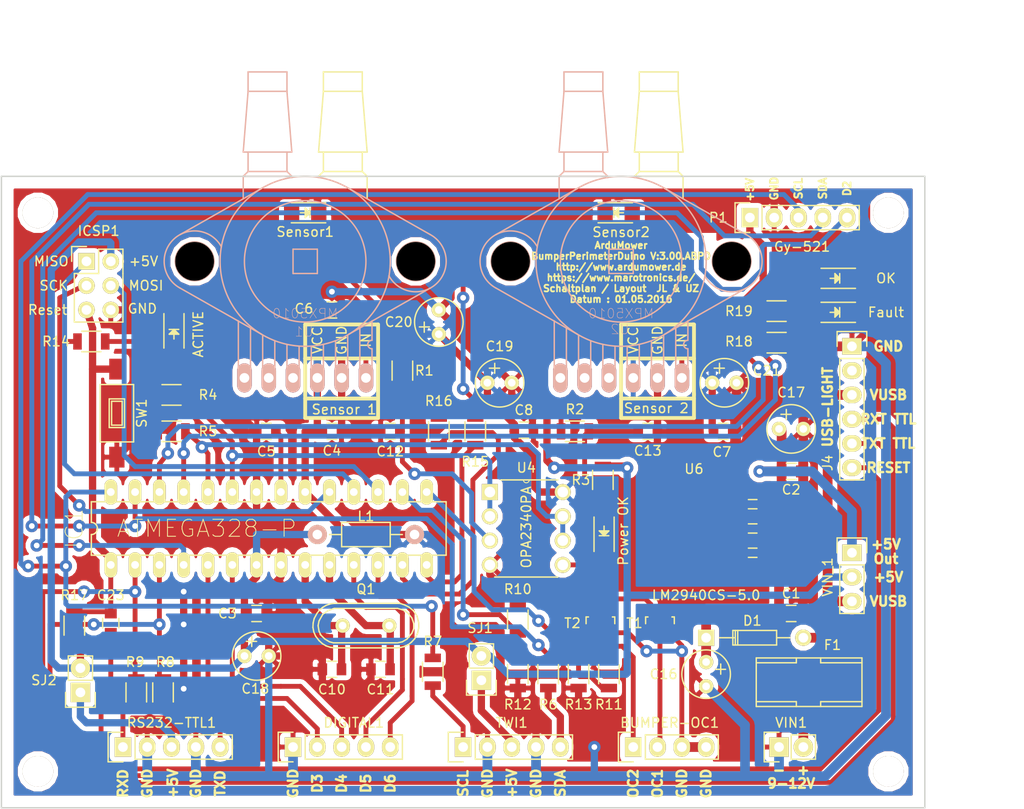
<source format=kicad_pcb>
(kicad_pcb (version 4) (host pcbnew "(2016-05-20 BZR 6816, Git 1e0a72d)-product")
  (title_block (title "ArduMower BumperPerimeterDuino") (date 2016-05-01) (rev 3.00.ABPD) (company "Schaltplan / Layout  JL & UZ"))
  (layers (0 F.Cu signal) (31 B.Cu signal) (34 B.Paste user) (35 F.Paste user) (36 B.SilkS user) (37 F.SilkS user) (38 B.Mask user) (39 F.Mask user) (44 Edge.Cuts user))
  (net 0 "")
  (net 1 Reset)
  (net 2 RXD_TTL)
  (net 3 TXD_TTL)
  (net 4 GND)
  (net 5 BUMPER-OC1)
  (net 6 BUMPER-OC2)
  (net 7 MISO)
  (net 8 SCK)
  (net 9 ADC0)
  (net 10 ADC1)
  (net 11 SCL)
  (net 12 +5V)
  (net 13 VCC)
  (net 14 SDA)
  (net 15 "Net-(C12-Pad1)")
  (net 16 "Net-(C13-Pad1)")
  (net 17 "Net-(ACTIVE1-Pad2)")
  (net 18 "Net-(BUMPER-OC1-Pad1)")
  (net 19 "Net-(BUMPER-OC1-Pad2)")
  (net 20 "Net-(BUMPER-OC1-Pad3)")
  (net 21 "Net-(C1-Pad1)")
  (net 22 "Net-(C17-Pad1)")
  (net 23 "Net-(C5-Pad1)")
  (net 24 "Net-(C10-Pad1)")
  (net 25 "Net-(C11-Pad1)")
  (net 26 "Net-(C23-Pad1)")
  (net 27 "Net-(D1-Pad2)")
  (net 28 D2)
  (net 29 D3)
  (net 30 D4)
  (net 31 D5)
  (net 32 D6)
  (net 33 "Net-(F1-Pad1)")
  (net 34 VUSB)
  (net 35 "Net-(R1-Pad1)")
  (net 36 "Net-(R2-Pad1)")
  (net 37 "Net-(R6-Pad2)")
  (net 38 "Net-(R7-Pad2)")
  (net 39 "Net-(R8-Pad2)")
  (net 40 "Net-(R9-Pad2)")
  (net 41 "Net-(R10-Pad1)")
  (net 42 "Net-(R11-Pad1)")
  (net 43 "Net-(RS232-TTL1-Pad3)")
  (net 44 "Net-(SJ1-Pad1)")
  (net 45 MOSI)
  (net 46 LED-CRASH)
  (net 47 LED-INIT-OK)
  (net 48 "Net-(Fault1-Pad2)")
  (net 49 LED-COL1)
  (net 50 LED-COL2)
  (net 51 "Net-(OK1-Pad2)")
  (net 52 "Net-(PowerOK1-Pad2)")
  (net 53 "Net-(R15-Pad1)")
  (net 54 "Net-(R16-Pad1)")
  (module atmega8:atmega8-DIL28-3 (layer F.Cu) (at 68.58 121.92)
    (fp_text reference IC1 (at -20.32 0 90) (layer F.SilkS) (effects (font (size 1.778 1.778) (thickness 0.0889))))
    (fp_text value ATMEGA328-P (at -6.477 0) (layer F.SilkS) (effects (font (size 1.778 1.778) (thickness 0.0889))))
    (pad 1 thru_hole oval (at -16.51 3.81) (size 1.3208 2.6416) (drill 0.8128) (layers *.Cu F.Paste F.SilkS F.Mask) (net 1 Reset))
    (pad 2 thru_hole oval (at -13.97 3.81) (size 1.3208 2.6416) (drill 0.8128) (layers *.Cu F.Paste F.SilkS F.Mask) (net 2 RXD_TTL))
    (pad 3 thru_hole oval (at -11.43 3.81) (size 1.3208 2.6416) (drill 0.8128) (layers *.Cu F.Paste F.SilkS F.Mask) (net 3 TXD_TTL))
    (pad 4 thru_hole oval (at -8.89 3.81) (size 1.3208 2.6416) (drill 0.8128) (layers *.Cu F.Paste F.SilkS F.Mask) (net 28 D2))
    (pad 5 thru_hole oval (at -6.35 3.81) (size 1.3208 2.6416) (drill 0.8128) (layers *.Cu F.Paste F.SilkS F.Mask) (net 29 D3))
    (pad 6 thru_hole oval (at -3.81 3.81) (size 1.3208 2.6416) (drill 0.8128) (layers *.Cu F.Paste F.SilkS F.Mask) (net 30 D4))
    (pad 7 thru_hole oval (at -1.27 3.81) (size 1.3208 2.6416) (drill 0.8128) (layers *.Cu F.Paste F.SilkS F.Mask) (net 12 +5V))
    (pad 8 thru_hole oval (at 1.27 3.81) (size 1.3208 2.6416) (drill 0.8128) (layers *.Cu F.Paste F.SilkS F.Mask) (net 4 GND))
    (pad 9 thru_hole oval (at 3.81 3.81) (size 1.3208 2.6416) (drill 0.8128) (layers *.Cu F.Paste F.SilkS F.Mask) (net 24 "Net-(C10-Pad1)"))
    (pad 10 thru_hole oval (at 6.35 3.81) (size 1.3208 2.6416) (drill 0.8128) (layers *.Cu F.Paste F.SilkS F.Mask) (net 25 "Net-(C11-Pad1)"))
    (pad 11 thru_hole oval (at 8.89 3.81) (size 1.3208 2.6416) (drill 0.8128) (layers *.Cu F.Paste F.SilkS F.Mask) (net 31 D5))
    (pad 12 thru_hole oval (at 11.43 3.81) (size 1.3208 2.6416) (drill 0.8128) (layers *.Cu F.Paste F.SilkS F.Mask) (net 32 D6))
    (pad 13 thru_hole oval (at 13.97 3.81) (size 1.3208 2.6416) (drill 0.8128) (layers *.Cu F.Paste F.SilkS F.Mask) (net 49 LED-COL1))
    (pad 14 thru_hole oval (at 16.51 3.81) (size 1.3208 2.6416) (drill 0.8128) (layers *.Cu F.Paste F.SilkS F.Mask) (net 50 LED-COL2))
    (pad 15 thru_hole oval (at 16.51 -3.81) (size 1.3208 2.6416) (drill 0.8128) (layers *.Cu F.Paste F.SilkS F.Mask) (net 5 BUMPER-OC1))
    (pad 16 thru_hole oval (at 13.97 -3.81) (size 1.3208 2.6416) (drill 0.8128) (layers *.Cu F.Paste F.SilkS F.Mask) (net 6 BUMPER-OC2))
    (pad 17 thru_hole oval (at 11.43 -3.81) (size 1.3208 2.6416) (drill 0.8128) (layers *.Cu F.Paste F.SilkS F.Mask) (net 45 MOSI))
    (pad 18 thru_hole oval (at 8.89 -3.81) (size 1.3208 2.6416) (drill 0.8128) (layers *.Cu F.Paste F.SilkS F.Mask) (net 7 MISO))
    (pad 19 thru_hole oval (at 6.35 -3.81) (size 1.3208 2.6416) (drill 0.8128) (layers *.Cu F.Paste F.SilkS F.Mask) (net 8 SCK))
    (pad 20 thru_hole oval (at 3.81 -3.81) (size 1.3208 2.6416) (drill 0.8128) (layers *.Cu F.Paste F.SilkS F.Mask) (net 13 VCC))
    (pad 21 thru_hole oval (at 1.27 -3.81) (size 1.3208 2.6416) (drill 0.8128) (layers *.Cu F.Paste F.SilkS F.Mask) (net 23 "Net-(C5-Pad1)"))
    (pad 22 thru_hole oval (at -1.27 -3.81) (size 1.3208 2.6416) (drill 0.8128) (layers *.Cu F.Paste F.SilkS F.Mask) (net 4 GND))
    (pad 23 thru_hole oval (at -3.81 -3.81) (size 1.3208 2.6416) (drill 0.8128) (layers *.Cu F.Paste F.SilkS F.Mask) (net 9 ADC0))
    (pad 24 thru_hole oval (at -6.35 -3.81) (size 1.3208 2.6416) (drill 0.8128) (layers *.Cu F.Paste F.SilkS F.Mask) (net 10 ADC1))
    (pad 25 thru_hole oval (at -8.89 -3.81) (size 1.3208 2.6416) (drill 0.8128) (layers *.Cu F.Paste F.SilkS F.Mask) (net 46 LED-CRASH))
    (pad 26 thru_hole oval (at -11.43 -3.81) (size 1.3208 2.6416) (drill 0.8128) (layers *.Cu F.Paste F.SilkS F.Mask) (net 47 LED-INIT-OK))
    (pad 27 thru_hole oval (at -13.97 -3.81) (size 1.3208 2.6416) (drill 0.8128) (layers *.Cu F.Paste F.SilkS F.Mask) (net 14 SDA))
    (pad 28 thru_hole oval (at -16.51 -3.81) (size 1.3208 2.6416) (drill 0.8128) (layers *.Cu F.Paste F.SilkS F.Mask) (net 11 SCL))
  )
  (module Pin_Headers:Pin_Header_Straight_2x03 (layer F.Cu) (at 49.53 93.98)
    (fp_text reference ICSP1 (at 1.27 -3.175) (layer F.SilkS))
    (fp_text value ICSP hide)
    (pad 1 thru_hole rect (at 0 0) (size 1.7272 1.7272) (drill 1.016) (layers *.Cu *.Mask F.SilkS) (net 7 MISO))
    (pad 2 thru_hole oval (at 2.54 0) (size 1.7272 1.7272) (drill 1.016) (layers *.Cu *.Mask F.SilkS) (net 12 +5V))
    (pad 3 thru_hole oval (at 0 2.54) (size 1.7272 1.7272) (drill 1.016) (layers *.Cu *.Mask F.SilkS) (net 8 SCK))
    (pad 4 thru_hole oval (at 2.54 2.54) (size 1.7272 1.7272) (drill 1.016) (layers *.Cu *.Mask F.SilkS) (net 45 MOSI))
    (pad 5 thru_hole oval (at 0 5.08) (size 1.7272 1.7272) (drill 1.016) (layers *.Cu *.Mask F.SilkS) (net 1 Reset))
    (pad 6 thru_hole oval (at 2.54 5.08) (size 1.7272 1.7272) (drill 1.016) (layers *.Cu *.Mask F.SilkS) (net 4 GND))
  )
  (module Pin_Headers:Pin_Header_Straight_1x04 (layer F.Cu) (at 106.68 144.78 90)
    (fp_text reference BUMPER-OC1 (at 2.54 3.81 180) (layer F.SilkS))
    (fp_text value BUMPER-OC hide)
    (pad 1 thru_hole rect (at 0 0 90) (size 2.032 1.7272) (drill 1.016) (layers *.Cu *.Mask F.SilkS) (net 18 "Net-(BUMPER-OC1-Pad1)"))
    (pad 2 thru_hole oval (at 0 2.54 90) (size 2.032 1.7272) (drill 1.016) (layers *.Cu *.Mask F.SilkS) (net 19 "Net-(BUMPER-OC1-Pad2)"))
    (pad 3 thru_hole oval (at 0 5.08 90) (size 2.032 1.7272) (drill 1.016) (layers *.Cu *.Mask F.SilkS) (net 20 "Net-(BUMPER-OC1-Pad3)"))
    (pad 4 thru_hole oval (at 0 7.62 90) (size 2.032 1.7272) (drill 1.016) (layers *.Cu *.Mask F.SilkS) (net 20 "Net-(BUMPER-OC1-Pad3)"))
  )
  (module Diodes_ThroughHole:Diode_DO-35_SOD27_Horizontal_RM10 (layer F.Cu) (at 114.3 133.35)
    (fp_text reference D1 (at 4.826 -1.778) (layer F.SilkS))
    (fp_text value 1N4004)
    (pad 2 thru_hole circle (at 10.16052 -0.00254 180) (size 1.69926 1.69926) (drill 1.016) (layers *.Cu *.Mask F.SilkS) (net 27 "Net-(D1-Pad2)"))
    (pad 1 thru_hole rect (at 0.00052 -0.00254 180) (size 1.69926 1.69926) (drill 1.016) (layers *.Cu *.Mask F.SilkS) (net 21 "Net-(C1-Pad1)"))
  )
  (module Pin_Headers:Pin_Header_Straight_1x05 (layer F.Cu) (at 71.12 144.78 90)
    (fp_text reference DIGITAL1 (at 2.54 6.35 180) (layer F.SilkS))
    (fp_text value DIGITAL hide)
    (pad 1 thru_hole rect (at 0 0 90) (size 2.032 1.7272) (drill 1.016) (layers *.Cu *.Mask F.SilkS) (net 4 GND))
    (pad 2 thru_hole oval (at 0 2.54 90) (size 2.032 1.7272) (drill 1.016) (layers *.Cu *.Mask F.SilkS) (net 29 D3))
    (pad 3 thru_hole oval (at 0 5.08 90) (size 2.032 1.7272) (drill 1.016) (layers *.Cu *.Mask F.SilkS) (net 30 D4))
    (pad 4 thru_hole oval (at 0 7.62 90) (size 2.032 1.7272) (drill 1.016) (layers *.Cu *.Mask F.SilkS) (net 31 D5))
    (pad 5 thru_hole oval (at 0 10.16 90) (size 2.032 1.7272) (drill 1.016) (layers *.Cu *.Mask F.SilkS) (net 32 D6))
  )
  (module Pin_Headers:Pin_Header_Straight_1x06 (layer F.Cu) (at 129.54 102.87)
    (fp_text reference J4 (at -2.54 12.192 90) (layer F.SilkS))
    (fp_text value J4 hide)
    (pad 1 thru_hole rect (at 0 0) (size 2.032 1.7272) (drill 1.016) (layers *.Cu *.Mask F.SilkS) (net 4 GND))
    (pad 2 thru_hole oval (at 0 2.54) (size 2.032 1.7272) (drill 1.016) (layers *.Cu *.Mask F.SilkS))
    (pad 3 thru_hole oval (at 0 5.08) (size 2.032 1.7272) (drill 1.016) (layers *.Cu *.Mask F.SilkS) (net 34 VUSB))
    (pad 4 thru_hole oval (at 0 7.62) (size 2.032 1.7272) (drill 1.016) (layers *.Cu *.Mask F.SilkS) (net 2 RXD_TTL))
    (pad 5 thru_hole oval (at 0 10.16) (size 2.032 1.7272) (drill 1.016) (layers *.Cu *.Mask F.SilkS) (net 3 TXD_TTL))
    (pad 6 thru_hole oval (at 0 12.7) (size 2.032 1.7272) (drill 1.016) (layers *.Cu *.Mask F.SilkS) (net 26 "Net-(C23-Pad1)"))
  )
  (module Resistors_ThroughHole:Resistor_Horizontal_RM10mm (layer F.Cu) (at 78.74 122.555)
    (fp_text reference L1 (at 0 -1.905) (layer F.SilkS))
    (fp_text value 10uH)
    (pad 1 thru_hole circle (at -5.08 0) (size 1.99898 1.99898) (drill 1.00076) (layers *.Cu *.SilkS *.Mask) (net 12 +5V))
    (pad 2 thru_hole circle (at 5.08 0) (size 1.99898 1.99898) (drill 1.00076) (layers *.Cu *.SilkS *.Mask) (net 13 VCC))
  )
  (module Crystals:Crystal_HC49-U_Vertical (layer F.Cu) (at 78.74 132.08 180)
    (fp_text reference Q1 (at 0 3.81 180) (layer F.SilkS))
    (fp_text value 16MHz)
    (pad 1 thru_hole circle (at -2.44094 0 180) (size 1.50114 1.50114) (drill 0.8001) (layers *.Cu *.Mask F.SilkS) (net 25 "Net-(C11-Pad1)"))
    (pad 2 thru_hole circle (at 2.44094 0 180) (size 1.50114 1.50114) (drill 0.8001) (layers *.Cu *.Mask F.SilkS) (net 24 "Net-(C10-Pad1)"))
  )
  (module Pin_Headers:Pin_Header_Straight_1x05 (layer F.Cu) (at 53.34 144.78 90)
    (fp_text reference RS232-TTL1 (at 2.54 5.08 180) (layer F.SilkS))
    (fp_text value RS232-TTL hide)
    (pad 1 thru_hole rect (at 0 0 90) (size 2.032 1.7272) (drill 1.016) (layers *.Cu *.Mask F.SilkS) (net 40 "Net-(R9-Pad2)"))
    (pad 2 thru_hole oval (at 0 2.54 90) (size 2.032 1.7272) (drill 1.016) (layers *.Cu *.Mask F.SilkS) (net 4 GND))
    (pad 3 thru_hole oval (at 0 5.08 90) (size 2.032 1.7272) (drill 1.016) (layers *.Cu *.Mask F.SilkS) (net 43 "Net-(RS232-TTL1-Pad3)"))
    (pad 4 thru_hole oval (at 0 7.62 90) (size 2.032 1.7272) (drill 1.016) (layers *.Cu *.Mask F.SilkS) (net 4 GND))
    (pad 5 thru_hole oval (at 0 10.16 90) (size 2.032 1.7272) (drill 1.016) (layers *.Cu *.Mask F.SilkS) (net 39 "Net-(R8-Pad2)"))
  )
  (module Pin_Headers:Pin_Header_Straight_1x02 (layer F.Cu) (at 90.805 137.795 180)
    (fp_text reference SJ1 (at 0.127 5.461 180) (layer F.SilkS))
    (fp_text value Jumper_NC_Small hide)
    (pad 1 thru_hole rect (at 0 0 180) (size 2.032 2.032) (drill 1.016) (layers *.Cu *.Mask F.SilkS) (net 44 "Net-(SJ1-Pad1)"))
    (pad 2 thru_hole oval (at 0 2.54 180) (size 2.032 2.032) (drill 1.016) (layers *.Cu *.Mask F.SilkS) (net 12 +5V))
  )
  (module Pin_Headers:Pin_Header_Straight_1x02 (layer F.Cu) (at 48.895 139.065 180)
    (fp_text reference SJ2 (at 3.81 1.27 180) (layer F.SilkS))
    (fp_text value Jumper_NC_Small hide)
    (pad 1 thru_hole rect (at 0 0 180) (size 2.032 2.032) (drill 1.016) (layers *.Cu *.Mask F.SilkS) (net 43 "Net-(RS232-TTL1-Pad3)"))
    (pad 2 thru_hole oval (at 0 2.54 180) (size 2.032 2.032) (drill 1.016) (layers *.Cu *.Mask F.SilkS) (net 12 +5V))
  )
  (module Pin_Headers:Pin_Header_Straight_1x05 (layer F.Cu) (at 88.9 144.78 90)
    (fp_text reference TWI1 (at 2.54 5.08 180) (layer F.SilkS))
    (fp_text value TWI hide)
    (pad 1 thru_hole rect (at 0 0 90) (size 2.032 1.7272) (drill 1.016) (layers *.Cu *.Mask F.SilkS) (net 38 "Net-(R7-Pad2)"))
    (pad 2 thru_hole oval (at 0 2.54 90) (size 2.032 1.7272) (drill 1.016) (layers *.Cu *.Mask F.SilkS) (net 4 GND))
    (pad 3 thru_hole oval (at 0 5.08 90) (size 2.032 1.7272) (drill 1.016) (layers *.Cu *.Mask F.SilkS) (net 44 "Net-(SJ1-Pad1)"))
    (pad 4 thru_hole oval (at 0 7.62 90) (size 2.032 1.7272) (drill 1.016) (layers *.Cu *.Mask F.SilkS) (net 4 GND))
    (pad 5 thru_hole oval (at 0 10.16 90) (size 2.032 1.7272) (drill 1.016) (layers *.Cu *.Mask F.SilkS) (net 37 "Net-(R6-Pad2)"))
  )
  (module MPX5010:867C-H (layer B.Cu) (at 72.39 93.98 180)
    (fp_text reference U1 (at 0.127 -7.366 180) (layer B.SilkS) (effects (font (thickness 0.05)) (justify mirror)))
    (fp_text value MPX5010 (at 0 -5.461 180) (layer B.SilkS) (effects (font (thickness 0.05)) (justify mirror)))
    (pad 1 thru_hole oval (at -6.35 -12.192 90) (size 3.048 1.524) (drill 1.016) (layers *.Cu *.Mask B.SilkS) (net 35 "Net-(R1-Pad1)"))
    (pad 2 thru_hole oval (at -3.81 -12.192 90) (size 3.048 1.524) (drill 1.016) (layers *.Cu *.Mask B.SilkS) (net 4 GND))
    (pad 3 thru_hole oval (at -1.27 -12.192 90) (size 3.048 1.524) (drill 1.016) (layers *.Cu *.Mask B.SilkS) (net 13 VCC))
    (pad 4 thru_hole oval (at 1.27 -12.192 90) (size 3.048 1.524) (drill 1.016) (layers *.Cu *.Mask B.SilkS))
    (pad 5 thru_hole oval (at 3.81 -12.192 90) (size 3.048 1.524) (drill 1.016) (layers *.Cu *.Mask B.SilkS))
    (pad 6 thru_hole oval (at 6.35 -12.192 90) (size 3.048 1.524) (drill 1.016) (layers *.Cu *.Mask B.SilkS))
    (pad Hole np_thru_hole circle (at -11.557 0 180) (size 4.064 4.064) (drill 4.064) (layers))
    (pad Hole np_thru_hole circle (at 11.557 0 180) (size 4.064 4.064) (drill 4.064) (layers))
  )
  (module MPX5010:867C-H (layer B.Cu) (at 105.41 93.98 180)
    (fp_text reference U2 (at 0.127 -7.112 180) (layer B.SilkS) (effects (font (thickness 0.05)) (justify mirror)))
    (fp_text value MPX5010 (at 0 -5.461 180) (layer B.SilkS) (effects (font (thickness 0.05)) (justify mirror)))
    (pad 1 thru_hole oval (at -6.35 -12.192 90) (size 3.048 1.524) (drill 1.016) (layers *.Cu *.Mask B.SilkS) (net 36 "Net-(R2-Pad1)"))
    (pad 2 thru_hole oval (at -3.81 -12.192 90) (size 3.048 1.524) (drill 1.016) (layers *.Cu *.Mask B.SilkS) (net 4 GND))
    (pad 3 thru_hole oval (at -1.27 -12.192 90) (size 3.048 1.524) (drill 1.016) (layers *.Cu *.Mask B.SilkS) (net 13 VCC))
    (pad 4 thru_hole oval (at 1.27 -12.192 90) (size 3.048 1.524) (drill 1.016) (layers *.Cu *.Mask B.SilkS))
    (pad 5 thru_hole oval (at 3.81 -12.192 90) (size 3.048 1.524) (drill 1.016) (layers *.Cu *.Mask B.SilkS))
    (pad 6 thru_hole oval (at 6.35 -12.192 90) (size 3.048 1.524) (drill 1.016) (layers *.Cu *.Mask B.SilkS))
    (pad Hole np_thru_hole circle (at -11.557 0 180) (size 4.064 4.064) (drill 4.064) (layers))
    (pad Hole np_thru_hole circle (at 11.557 0 180) (size 4.064 4.064) (drill 4.064) (layers))
  )
  (module Pin_Headers:Pin_Header_Straight_1x02 (layer F.Cu) (at 121.92 144.78 90)
    (fp_text reference VIN1 (at 2.54 1.27 180) (layer F.SilkS))
    (fp_text value VIN hide)
    (pad 1 thru_hole rect (at 0 0 90) (size 2.032 2.032) (drill 1.016) (layers *.Cu *.Mask F.SilkS) (net 4 GND))
    (pad 2 thru_hole oval (at 0 2.54 90) (size 2.032 2.032) (drill 1.016) (layers *.Cu *.Mask F.SilkS) (net 33 "Net-(F1-Pad1)"))
  )
  (module Pin_Headers:Pin_Header_Straight_1x03 (layer F.Cu) (at 129.54 124.46)
    (fp_text reference VIN_1 (at -2.54 2.54 90) (layer F.SilkS))
    (fp_text value VIN_ hide)
    (pad 1 thru_hole rect (at 0 0) (size 2.032 1.7272) (drill 1.016) (layers *.Cu *.Mask F.SilkS) (net 22 "Net-(C17-Pad1)"))
    (pad 2 thru_hole oval (at 0 2.54) (size 2.032 1.7272) (drill 1.016) (layers *.Cu *.Mask F.SilkS) (net 12 +5V))
    (pad 3 thru_hole oval (at 0 5.08) (size 2.032 1.7272) (drill 1.016) (layers *.Cu *.Mask F.SilkS) (net 34 VUSB))
  )
  (module LM2940CS-5.0:TO254P1435X464-4N (layer F.Cu) (at 113.03 121.92 90)
    (fp_text reference U6 (at 6.223 0 180) (layer F.SilkS))
    (fp_text value LM2940CS-5.0 (at -6.985 1.27 180) (layer F.SilkS))
    (pad 1 smd rect (at -2.54 8.2804 90) (size 1.016 2.6924) (layers F.Cu F.Paste F.Mask) (net 21 "Net-(C1-Pad1)"))
    (pad 2 smd rect (at 0 8.2804 90) (size 1.016 2.6924) (layers F.Cu F.Paste F.Mask) (net 4 GND))
    (pad 3 smd rect (at 2.54 8.2804 90) (size 1.016 2.6924) (layers F.Cu F.Paste F.Mask) (net 22 "Net-(C17-Pad1)"))
    (pad 4 smd rect (at -0.1016 -0.0762 90) (size 10.414 10.4648) (layers F.Cu F.Paste F.Mask) (net 4 GND))
  )
  (module Resistors_SMD:R_1206 (layer F.Cu) (at 82.55 105.41 270)
    (fp_text reference R1 (at 0 -2.3) (layer F.SilkS))
    (fp_text value 680)
    (pad 1 smd rect (at -1.45 0 270) (size 0.9 1.7) (layers F.Cu F.Paste F.Mask) (net 35 "Net-(R1-Pad1)"))
    (pad 2 smd rect (at 1.45 0 270) (size 0.9 1.7) (layers F.Cu F.Paste F.Mask) (net 15 "Net-(C12-Pad1)"))
  )
  (module Resistors_SMD:R_1206 (layer F.Cu) (at 100.584 111.76)
    (fp_text reference R2 (at 0 -2.3) (layer F.SilkS))
    (fp_text value 680)
    (pad 1 smd rect (at -1.45 0) (size 0.9 1.7) (layers F.Cu F.Paste F.Mask) (net 36 "Net-(R2-Pad1)"))
    (pad 2 smd rect (at 1.45 0) (size 0.9 1.7) (layers F.Cu F.Paste F.Mask) (net 16 "Net-(C13-Pad1)"))
  )
  (module Resistors_SMD:R_1206 (layer F.Cu) (at 103.505 116.84 90)
    (fp_text reference R3 (at 0 -2.3 180) (layer F.SilkS))
    (fp_text value 1K)
    (pad 1 smd rect (at -1.45 0 90) (size 0.9 1.7) (layers F.Cu F.Paste F.Mask) (net 52 "Net-(PowerOK1-Pad2)"))
    (pad 2 smd rect (at 1.45 0 90) (size 0.9 1.7) (layers F.Cu F.Paste F.Mask) (net 12 +5V))
  )
  (module Resistors_SMD:R_1206 (layer F.Cu) (at 58.42 107.95)
    (fp_text reference R4 (at 3.81 0) (layer F.SilkS))
    (fp_text value 10K)
    (pad 1 smd rect (at -1.45 0) (size 0.9 1.7) (layers F.Cu F.Paste F.Mask) (net 4 GND))
    (pad 2 smd rect (at 1.45 0) (size 0.9 1.7) (layers F.Cu F.Paste F.Mask) (net 9 ADC0))
  )
  (module Resistors_SMD:R_1206 (layer F.Cu) (at 58.42 111.76)
    (fp_text reference R5 (at 3.81 0) (layer F.SilkS))
    (fp_text value 10K)
    (pad 1 smd rect (at -1.45 0) (size 0.9 1.7) (layers F.Cu F.Paste F.Mask) (net 4 GND))
    (pad 2 smd rect (at 1.45 0) (size 0.9 1.7) (layers F.Cu F.Paste F.Mask) (net 10 ADC1))
  )
  (module Resistors_SMD:R_1206 (layer F.Cu) (at 97.79 137.16 270)
    (fp_text reference R6 (at 3.175 0) (layer F.SilkS))
    (fp_text value 100)
    (pad 1 smd rect (at -1.45 0 270) (size 0.9 1.7) (layers F.Cu F.Paste F.Mask) (net 14 SDA))
    (pad 2 smd rect (at 1.45 0 270) (size 0.9 1.7) (layers F.Cu F.Paste F.Mask) (net 37 "Net-(R6-Pad2)"))
  )
  (module Resistors_SMD:R_1206 (layer F.Cu) (at 85.725 136.906 270)
    (fp_text reference R7 (at -3.175 0) (layer F.SilkS))
    (fp_text value 100)
    (pad 1 smd rect (at -1.45 0 270) (size 0.9 1.7) (layers F.Cu F.Paste F.Mask) (net 11 SCL))
    (pad 2 smd rect (at 1.45 0 270) (size 0.9 1.7) (layers F.Cu F.Paste F.Mask) (net 38 "Net-(R7-Pad2)"))
  )
  (module Resistors_SMD:R_1206 (layer F.Cu) (at 57.531 139.065 270)
    (fp_text reference R8 (at -3.175 -0.254) (layer F.SilkS))
    (fp_text value 100)
    (pad 1 smd rect (at -1.45 0 270) (size 0.9 1.7) (layers F.Cu F.Paste F.Mask) (net 3 TXD_TTL))
    (pad 2 smd rect (at 1.45 0 270) (size 0.9 1.7) (layers F.Cu F.Paste F.Mask) (net 39 "Net-(R8-Pad2)"))
  )
  (module Resistors_SMD:R_1206 (layer F.Cu) (at 54.737 139.065 270)
    (fp_text reference R9 (at -3.175 0.127) (layer F.SilkS))
    (fp_text value 100)
    (pad 1 smd rect (at -1.45 0 270) (size 0.9 1.7) (layers F.Cu F.Paste F.Mask) (net 2 RXD_TTL))
    (pad 2 smd rect (at 1.45 0 270) (size 0.9 1.7) (layers F.Cu F.Paste F.Mask) (net 40 "Net-(R9-Pad2)"))
  )
  (module Resistors_SMD:R_1206 (layer F.Cu) (at 94.615 131.445 270)
    (fp_text reference R10 (at -3.175 0) (layer F.SilkS))
    (fp_text value 2K7)
    (pad 1 smd rect (at -1.45 0 270) (size 0.9 1.7) (layers F.Cu F.Paste F.Mask) (net 41 "Net-(R10-Pad1)"))
    (pad 2 smd rect (at 1.45 0 270) (size 0.9 1.7) (layers F.Cu F.Paste F.Mask) (net 6 BUMPER-OC2))
  )
  (module Resistors_SMD:R_1206 (layer F.Cu) (at 104.14 137.16 270)
    (fp_text reference R11 (at 3.175 0) (layer F.SilkS))
    (fp_text value 2K7)
    (pad 1 smd rect (at -1.45 0 270) (size 0.9 1.7) (layers F.Cu F.Paste F.Mask) (net 42 "Net-(R11-Pad1)"))
    (pad 2 smd rect (at 1.45 0 270) (size 0.9 1.7) (layers F.Cu F.Paste F.Mask) (net 5 BUMPER-OC1))
  )
  (module Resistors_SMD:R_1206 (layer F.Cu) (at 94.615 137.16 270)
    (fp_text reference R12 (at 3.175 0) (layer F.SilkS))
    (fp_text value 10K)
    (pad 1 smd rect (at -1.45 0 270) (size 0.9 1.7) (layers F.Cu F.Paste F.Mask) (net 6 BUMPER-OC2))
    (pad 2 smd rect (at 1.45 0 270) (size 0.9 1.7) (layers F.Cu F.Paste F.Mask) (net 4 GND))
  )
  (module Resistors_SMD:R_1206 (layer F.Cu) (at 100.965 137.16 270)
    (fp_text reference R13 (at 3.175 0) (layer F.SilkS))
    (fp_text value 10K)
    (pad 1 smd rect (at -1.45 0 270) (size 0.9 1.7) (layers F.Cu F.Paste F.Mask) (net 5 BUMPER-OC1))
    (pad 2 smd rect (at 1.45 0 270) (size 0.9 1.7) (layers F.Cu F.Paste F.Mask) (net 4 GND))
  )
  (module Resistors_SMD:R_1206 (layer F.Cu) (at 50.038 102.362 180)
    (fp_text reference R14 (at 3.683 0 180) (layer F.SilkS))
    (fp_text value 1K)
    (pad 1 smd rect (at -1.45 0 180) (size 0.9 1.7) (layers F.Cu F.Paste F.Mask) (net 17 "Net-(ACTIVE1-Pad2)"))
    (pad 2 smd rect (at 1.45 0 180) (size 0.9 1.7) (layers F.Cu F.Paste F.Mask) (net 8 SCK))
  )
  (module Resistors_SMD:R_1206 (layer F.Cu) (at 90.17 111.76 270)
    (fp_text reference R15 (at 3.175 0) (layer F.SilkS))
    (fp_text value 1K)
    (pad 1 smd rect (at -1.45 0 270) (size 0.9 1.7) (layers F.Cu F.Paste F.Mask) (net 53 "Net-(R15-Pad1)"))
    (pad 2 smd rect (at 1.45 0 270) (size 0.9 1.7) (layers F.Cu F.Paste F.Mask) (net 50 LED-COL2))
  )
  (module Resistors_SMD:R_1206 (layer F.Cu) (at 86.36 111.76 270)
    (fp_text reference R16 (at -3.175 0) (layer F.SilkS))
    (fp_text value 1K)
    (pad 1 smd rect (at -1.45 0 270) (size 0.9 1.7) (layers F.Cu F.Paste F.Mask) (net 54 "Net-(R16-Pad1)"))
    (pad 2 smd rect (at 1.45 0 270) (size 0.9 1.7) (layers F.Cu F.Paste F.Mask) (net 49 LED-COL1))
  )
  (module Capacitors_Elko_ThroughHole:Elko_vert_11x5mm_RM2.5 (layer F.Cu) (at 114.3 135.89 270)
    (fp_text reference C16 (at 1.27 4.445) (layer F.SilkS))
    (fp_text value 10uF)
    (fp_line (start 0.2032 -1.524) (end 1.27 -1.524) (layer F.Cu) (width 0.15))
    (fp_line (start 0.762 -2.032) (end 0.762 -0.9906) (layer F.Cu) (width 0.15))
    (pad 2 thru_hole circle (at 2.54 0 270) (size 1.50114 1.50114) (drill 0.8001) (layers *.Cu *.Mask F.SilkS) (net 4 GND))
    (pad 1 thru_hole circle (at 0 0 270) (size 1.50114 1.50114) (drill 0.8001) (layers *.Cu *.Mask F.SilkS) (net 21 "Net-(C1-Pad1)"))
  )
  (module Capacitors_Elko_ThroughHole:Elko_vert_11x5mm_RM2.5 (layer F.Cu) (at 121.92 111.506)
    (fp_text reference C17 (at 1.27 -3.81) (layer F.SilkS))
    (fp_text value 22uF)
    (fp_line (start 0.2032 -1.524) (end 1.27 -1.524) (layer F.Cu) (width 0.15))
    (fp_line (start 0.762 -2.032) (end 0.762 -0.9906) (layer F.Cu) (width 0.15))
    (pad 2 thru_hole circle (at 2.54 0) (size 1.50114 1.50114) (drill 0.8001) (layers *.Cu *.Mask F.SilkS) (net 4 GND))
    (pad 1 thru_hole circle (at 0 0) (size 1.50114 1.50114) (drill 0.8001) (layers *.Cu *.Mask F.SilkS) (net 22 "Net-(C17-Pad1)"))
  )
  (module Capacitors_Elko_ThroughHole:Elko_vert_11x5mm_RM2.5 (layer F.Cu) (at 66.04 135.255)
    (fp_text reference C18 (at 1.143 3.429) (layer F.SilkS))
    (fp_text value 10uF)
    (fp_line (start 0.2032 -1.524) (end 1.27 -1.524) (layer F.Cu) (width 0.15))
    (fp_line (start 0.762 -2.032) (end 0.762 -0.9906) (layer F.Cu) (width 0.15))
    (pad 2 thru_hole circle (at 2.54 0) (size 1.50114 1.50114) (drill 0.8001) (layers *.Cu *.Mask F.SilkS) (net 4 GND))
    (pad 1 thru_hole circle (at 0 0) (size 1.50114 1.50114) (drill 0.8001) (layers *.Cu *.Mask F.SilkS) (net 12 +5V))
  )
  (module Capacitors_Elko_ThroughHole:Elko_vert_11x5mm_RM2.5 (layer F.Cu) (at 91.44 106.68)
    (fp_text reference C19 (at 1.27 -3.81) (layer F.SilkS))
    (fp_text value 10uF)
    (fp_line (start 0.2032 -1.524) (end 1.27 -1.524) (layer F.Cu) (width 0.15))
    (fp_line (start 0.762 -2.032) (end 0.762 -0.9906) (layer F.Cu) (width 0.15))
    (pad 2 thru_hole circle (at 2.54 0) (size 1.50114 1.50114) (drill 0.8001) (layers *.Cu *.Mask F.SilkS) (net 4 GND))
    (pad 1 thru_hole circle (at 0 0) (size 1.50114 1.50114) (drill 0.8001) (layers *.Cu *.Mask F.SilkS) (net 13 VCC))
  )
  (module Capacitors_Elko_ThroughHole:Elko_vert_11x5mm_RM2.5 (layer F.Cu) (at 86.36 101.6 90)
    (fp_text reference C20 (at 1.27 -4.191 180) (layer F.SilkS))
    (fp_text value 10uF)
    (fp_line (start 0.2032 -1.524) (end 1.27 -1.524) (layer F.Cu) (width 0.15))
    (fp_line (start 0.762 -2.032) (end 0.762 -0.9906) (layer F.Cu) (width 0.15))
    (pad 2 thru_hole circle (at 2.54 0 90) (size 1.50114 1.50114) (drill 0.8001) (layers *.Cu *.Mask F.SilkS) (net 4 GND))
    (pad 1 thru_hole circle (at 0 0 90) (size 1.50114 1.50114) (drill 0.8001) (layers *.Cu *.Mask F.SilkS) (net 13 VCC))
  )
  (module Capacitors_Elko_ThroughHole:Elko_vert_11x5mm_RM2.5 (layer F.Cu) (at 114.935 106.68)
    (fp_text reference C21 (at 5.715 -1.27) (layer F.SilkS))
    (fp_text value 10uF)
    (fp_line (start 0.2032 -1.524) (end 1.27 -1.524) (layer F.Cu) (width 0.15))
    (fp_line (start 0.762 -2.032) (end 0.762 -0.9906) (layer F.Cu) (width 0.15))
    (pad 2 thru_hole circle (at 2.54 0) (size 1.50114 1.50114) (drill 0.8001) (layers *.Cu *.Mask F.SilkS) (net 4 GND))
    (pad 1 thru_hole circle (at 0 0) (size 1.50114 1.50114) (drill 0.8001) (layers *.Cu *.Mask F.SilkS) (net 13 VCC))
  )
  (module OPA2340PA:DIP254P762X508-8 (layer F.Cu) (at 99.314 125.73)
    (fp_text reference U4 (at -3.81 -10.16) (layer F.SilkS))
    (fp_text value OPA2340PA (at -3.81 -3.937 90) (layer F.SilkS))
    (pad 1 thru_hole rect (at -7.62 -7.62) (size 1.6764 1.6764) (drill 1.1176) (layers *.Cu *.Mask F.SilkS) (net 9 ADC0))
    (pad 2 thru_hole circle (at -7.62 -5.08) (size 1.6764 1.6764) (drill 1.1176) (layers *.Cu *.Mask F.SilkS) (net 9 ADC0))
    (pad 3 thru_hole circle (at -7.62 -2.54) (size 1.6764 1.6764) (drill 1.1176) (layers *.Cu *.Mask F.SilkS) (net 15 "Net-(C12-Pad1)"))
    (pad 4 thru_hole circle (at -7.62 0) (size 1.6764 1.6764) (drill 1.1176) (layers *.Cu *.Mask F.SilkS) (net 4 GND))
    (pad 5 thru_hole circle (at 0 0) (size 1.6764 1.6764) (drill 1.1176) (layers *.Cu *.Mask F.SilkS) (net 16 "Net-(C13-Pad1)"))
    (pad 6 thru_hole circle (at 0 -2.54) (size 1.6764 1.6764) (drill 1.1176) (layers *.Cu *.Mask F.SilkS) (net 10 ADC1))
    (pad 7 thru_hole circle (at 0 -5.08) (size 1.6764 1.6764) (drill 1.1176) (layers *.Cu *.Mask F.SilkS) (net 10 ADC1))
    (pad 8 thru_hole circle (at 0 -7.62) (size 1.6764 1.6764) (drill 1.1176) (layers *.Cu *.Mask F.SilkS) (net 13 VCC))
  )
  (module ACS712:Bohrloch_3,2mm (layer F.Cu) (at 44.45 88.9)
    (fp_text reference B1 hide)
    (fp_text value Bohrloch hide)
    (pad 1 thru_hole circle (at 0 0) (size 3.2 3.2) (drill 3.2) (layers *.Cu *.Mask F.SilkS))
  )
  (module ACS712:Bohrloch_3,2mm (layer F.Cu) (at 44.45 147.32)
    (fp_text reference B2 hide)
    (fp_text value Bohrloch hide)
    (pad 1 thru_hole circle (at 0 0) (size 3.2 3.2) (drill 3.2) (layers *.Cu *.Mask F.SilkS))
  )
  (module ACS712:Bohrloch_3,2mm (layer F.Cu) (at 133.35 88.9)
    (fp_text reference B3 hide)
    (fp_text value Bohrloch hide)
    (pad 1 thru_hole circle (at 0 0) (size 3.2 3.2) (drill 3.2) (layers *.Cu *.Mask F.SilkS))
  )
  (module ACS712:Bohrloch_3,2mm (layer F.Cu) (at 133.35 147.32)
    (fp_text reference B4 hide)
    (fp_text value Bohrloch hide)
    (pad 1 thru_hole circle (at 0 0) (size 3.2 3.2) (drill 3.2) (layers *.Cu *.Mask F.SilkS))
  )
  (module Resistors_SMD:R_1206 (layer F.Cu) (at 48.26 132.08 270)
    (fp_text reference R17 (at -3.175 0) (layer F.SilkS))
    (fp_text value 1K)
    (pad 1 smd rect (at -1.45 0 270) (size 0.9 1.7) (layers F.Cu F.Paste F.Mask) (net 1 Reset))
    (pad 2 smd rect (at 1.45 0 270) (size 0.9 1.7) (layers F.Cu F.Paste F.Mask) (net 12 +5V))
  )
  (module Buttons_Switches_SMD:SW_SPST_FSMSM (layer F.Cu) (at 52.705 109.855 270)
    (fp_text reference SW1 (at 0.01011 -2.60022 270) (layer F.SilkS))
    (fp_text value Reset)
    (pad 1 smd rect (at -4.60243 -0.00232 270) (size 2.18 1.6) (layers F.Cu F.Paste F.Mask) (net 1 Reset))
    (pad 2 smd rect (at 4.60243 0.00232 270) (size 2.18 1.6) (layers F.Cu F.Paste F.Mask) (net 4 GND))
  )
  (module Capacitors_SMD:C_0805 (layer F.Cu) (at 123.19 130.81)
    (fp_text reference C1 (at 0 -2.1) (layer F.SilkS))
    (fp_text value 100nF)
    (pad 1 smd rect (at -1 0) (size 1 1.25) (layers F.Cu F.Paste F.Mask) (net 21 "Net-(C1-Pad1)"))
    (pad 2 smd rect (at 1 0) (size 1 1.25) (layers F.Cu F.Paste F.Mask) (net 4 GND))
  )
  (module Capacitors_SMD:C_0805 (layer F.Cu) (at 123.19 115.951)
    (fp_text reference C2 (at 0 1.905) (layer F.SilkS))
    (fp_text value 100nF)
    (pad 1 smd rect (at -1 0) (size 1 1.25) (layers F.Cu F.Paste F.Mask) (net 22 "Net-(C17-Pad1)"))
    (pad 2 smd rect (at 1 0) (size 1 1.25) (layers F.Cu F.Paste F.Mask) (net 4 GND))
  )
  (module Capacitors_SMD:C_0805 (layer F.Cu) (at 67.31 130.81 180)
    (fp_text reference C3 (at 3.048 0 180) (layer F.SilkS))
    (fp_text value 100nF)
    (pad 1 smd rect (at -1 0 180) (size 1 1.25) (layers F.Cu F.Paste F.Mask) (net 4 GND))
    (pad 2 smd rect (at 1 0 180) (size 1 1.25) (layers F.Cu F.Paste F.Mask) (net 12 +5V))
  )
  (module Capacitors_SMD:C_0805 (layer F.Cu) (at 75.184 111.76)
    (fp_text reference C4 (at 0 2.032) (layer F.SilkS))
    (fp_text value 100nF)
    (pad 1 smd rect (at -1 0) (size 1 1.25) (layers F.Cu F.Paste F.Mask) (net 13 VCC))
    (pad 2 smd rect (at 1 0) (size 1 1.25) (layers F.Cu F.Paste F.Mask) (net 4 GND))
  )
  (module Capacitors_SMD:C_0805 (layer F.Cu) (at 68.326 111.76 180)
    (fp_text reference C5 (at 0 -2.1 180) (layer F.SilkS))
    (fp_text value 100nF)
    (pad 1 smd rect (at -1 0 180) (size 1 1.25) (layers F.Cu F.Paste F.Mask) (net 23 "Net-(C5-Pad1)"))
    (pad 2 smd rect (at 1 0 180) (size 1 1.25) (layers F.Cu F.Paste F.Mask) (net 4 GND))
  )
  (module Capacitors_SMD:C_0805 (layer F.Cu) (at 75.184 99.06)
    (fp_text reference C6 (at -2.921 -0.127) (layer F.SilkS))
    (fp_text value 100nF)
    (pad 1 smd rect (at -1 0) (size 1 1.25) (layers F.Cu F.Paste F.Mask) (net 13 VCC))
    (pad 2 smd rect (at 1 0) (size 1 1.25) (layers F.Cu F.Paste F.Mask) (net 4 GND))
  )
  (module Capacitors_SMD:C_0805 (layer F.Cu) (at 116.078 111.76)
    (fp_text reference C7 (at -0.127 2.159) (layer F.SilkS))
    (fp_text value 100nF)
    (pad 1 smd rect (at -1 0) (size 1 1.25) (layers F.Cu F.Paste F.Mask) (net 13 VCC))
    (pad 2 smd rect (at 1 0) (size 1 1.25) (layers F.Cu F.Paste F.Mask) (net 4 GND))
  )
  (module Capacitors_SMD:C_0805 (layer F.Cu) (at 95.25 111.633)
    (fp_text reference C8 (at 0 -2.1) (layer F.SilkS))
    (fp_text value 100nF)
    (pad 1 smd rect (at -1 0) (size 1 1.25) (layers F.Cu F.Paste F.Mask) (net 13 VCC))
    (pad 2 smd rect (at 1 0) (size 1 1.25) (layers F.Cu F.Paste F.Mask) (net 4 GND))
  )
  (module Capacitors_SMD:C_0805 (layer F.Cu) (at 75.184 136.652 180)
    (fp_text reference C10 (at 0 -2.1 180) (layer F.SilkS))
    (fp_text value 27pF)
    (pad 1 smd rect (at -1 0 180) (size 1 1.25) (layers F.Cu F.Paste F.Mask) (net 24 "Net-(C10-Pad1)"))
    (pad 2 smd rect (at 1 0 180) (size 1 1.25) (layers F.Cu F.Paste F.Mask) (net 4 GND))
  )
  (module Capacitors_SMD:C_0805 (layer F.Cu) (at 80.264 136.652 180)
    (fp_text reference C11 (at 0 -2.1 180) (layer F.SilkS))
    (fp_text value 27pF)
    (pad 1 smd rect (at -1 0 180) (size 1 1.25) (layers F.Cu F.Paste F.Mask) (net 25 "Net-(C11-Pad1)"))
    (pad 2 smd rect (at 1 0 180) (size 1 1.25) (layers F.Cu F.Paste F.Mask) (net 4 GND))
  )
  (module Capacitors_SMD:C_0805 (layer F.Cu) (at 81.28 111.76 180)
    (fp_text reference C12 (at 0 -2.1 180) (layer F.SilkS))
    (fp_text value 330nF)
    (pad 1 smd rect (at -1 0 180) (size 1 1.25) (layers F.Cu F.Paste F.Mask) (net 15 "Net-(C12-Pad1)"))
    (pad 2 smd rect (at 1 0 180) (size 1 1.25) (layers F.Cu F.Paste F.Mask) (net 4 GND))
  )
  (module Capacitors_SMD:C_0805 (layer F.Cu) (at 108.204 111.76)
    (fp_text reference C13 (at 0 2.032) (layer F.SilkS))
    (fp_text value 330nF)
    (pad 1 smd rect (at -1 0) (size 1 1.25) (layers F.Cu F.Paste F.Mask) (net 16 "Net-(C13-Pad1)"))
    (pad 2 smd rect (at 1 0) (size 1 1.25) (layers F.Cu F.Paste F.Mask) (net 4 GND))
  )
  (module Pin_Headers:Pin_Header_Straight_1x05 (layer F.Cu) (at 118.872 89.408 90)
    (fp_text reference P1 (at 0 -3.302 180) (layer F.SilkS))
    (fp_text value Gy-521 (at -3.048 5.461 180) (layer F.SilkS))
    (pad 1 thru_hole rect (at 0 0 90) (size 2.032 1.7272) (drill 1.016) (layers *.Cu *.Mask F.SilkS) (net 12 +5V))
    (pad 2 thru_hole oval (at 0 2.54 90) (size 2.032 1.7272) (drill 1.016) (layers *.Cu *.Mask F.SilkS) (net 4 GND))
    (pad 3 thru_hole oval (at 0 5.08 90) (size 2.032 1.7272) (drill 1.016) (layers *.Cu *.Mask F.SilkS) (net 11 SCL))
    (pad 4 thru_hole oval (at 0 7.62 90) (size 2.032 1.7272) (drill 1.016) (layers *.Cu *.Mask F.SilkS) (net 14 SDA))
    (pad 5 thru_hole oval (at 0 10.16 90) (size 2.032 1.7272) (drill 1.016) (layers *.Cu *.Mask F.SilkS) (net 28 D2))
  )
  (module Resistors_SMD:R_1206 (layer F.Cu) (at 121.666 102.489 180)
    (fp_text reference R18 (at 3.937 0.127 180) (layer F.SilkS))
    (fp_text value 1K)
    (pad 1 smd rect (at -1.45 0 180) (size 0.9 1.7) (layers F.Cu F.Paste F.Mask) (net 48 "Net-(Fault1-Pad2)"))
    (pad 2 smd rect (at 1.45 0 180) (size 0.9 1.7) (layers F.Cu F.Paste F.Mask) (net 46 LED-CRASH))
  )
  (module Resistors_SMD:R_1206 (layer F.Cu) (at 121.666 99.187 180)
    (fp_text reference R19 (at 3.937 0 180) (layer F.SilkS))
    (fp_text value 1K)
    (pad 1 smd rect (at -1.45 0 180) (size 0.9 1.7) (layers F.Cu F.Paste F.Mask) (net 51 "Net-(OK1-Pad2)"))
    (pad 2 smd rect (at 1.45 0 180) (size 0.9 1.7) (layers F.Cu F.Paste F.Mask) (net 47 LED-INIT-OK))
  )
  (module Capacitors_SMD:C_0805 (layer F.Cu) (at 52.07 131.826 90)
    (fp_text reference C23 (at 2.921 0 180) (layer F.SilkS))
    (fp_text value 100nF)
    (pad 1 smd rect (at -1 0 90) (size 1 1.25) (layers F.Cu F.Paste F.Mask) (net 26 "Net-(C23-Pad1)"))
    (pad 2 smd rect (at 1 0 90) (size 1 1.25) (layers F.Cu F.Paste F.Mask) (net 1 Reset))
  )
  (module TO_SOT_Packages_SMD:SOT-23 (layer F.Cu) (at 109.474 131.826)
    (fp_text reference T1 (at -2.667 0) (layer F.SilkS))
    (fp_text value BC847B)
    (pad 1 smd rect (at -0.95 1.00076) (size 0.8001 0.8001) (layers F.Cu F.Paste F.Mask) (net 41 "Net-(R10-Pad1)"))
    (pad 2 smd rect (at 0.95 1.00076) (size 0.8001 0.8001) (layers F.Cu F.Paste F.Mask) (net 20 "Net-(BUMPER-OC1-Pad3)"))
    (pad 3 smd rect (at 0 -0.99822) (size 0.8001 0.8001) (layers F.Cu F.Paste F.Mask) (net 19 "Net-(BUMPER-OC1-Pad2)"))
  )
  (module TO_SOT_Packages_SMD:SOT-23 (layer F.Cu) (at 103.251 131.826)
    (fp_text reference T2 (at -2.921 0) (layer F.SilkS))
    (fp_text value BC847B)
    (pad 1 smd rect (at -0.95 1.00076) (size 0.8001 0.8001) (layers F.Cu F.Paste F.Mask) (net 42 "Net-(R11-Pad1)"))
    (pad 2 smd rect (at 0.95 1.00076) (size 0.8001 0.8001) (layers F.Cu F.Paste F.Mask) (net 20 "Net-(BUMPER-OC1-Pad3)"))
    (pad 3 smd rect (at 0 -0.99822) (size 0.8001 0.8001) (layers F.Cu F.Paste F.Mask) (net 18 "Net-(BUMPER-OC1-Pad1)"))
  )
  (module SMD_Packages:Fuse_SMD (layer F.Cu) (at 125 138 90)
    (fp_text reference F1 (at 3.888 2.508 180) (layer F.SilkS))
    (fp_text value PTC)
    (pad 1 smd rect (at 0 -3.175 90) (size 3.556 4.191) (layers F.Cu F.Paste F.Mask) (net 33 "Net-(F1-Pad1)"))
    (pad 2 smd rect (at 0 3.175 90) (size 3.556 4.191) (layers F.Cu F.Paste F.Mask) (net 27 "Net-(D1-Pad2)"))
  )
  (module LEDs:LED_1206 (layer F.Cu) (at 58.674 101.6 270)
    (fp_text reference ACTIVE1 hide)
    (fp_text value ACTIVE (at 0 -2.54 270) (layer F.SilkS))
    (pad 2 smd rect (at 1.41986 0 90) (size 1.59766 1.80086) (layers F.Cu F.Paste F.Mask) (net 17 "Net-(ACTIVE1-Pad2)"))
    (pad 1 smd rect (at -1.41986 0 90) (size 1.59766 1.80086) (layers F.Cu F.Paste F.Mask) (net 4 GND))
  )
  (module LEDs:LED_1206 (layer F.Cu) (at 127.762 99.314 180)
    (fp_text reference Fault1 hide)
    (fp_text value Fault (at -5.334 0 180) (layer F.SilkS))
    (pad 2 smd rect (at 1.41986 0) (size 1.59766 1.80086) (layers F.Cu F.Paste F.Mask) (net 48 "Net-(Fault1-Pad2)"))
    (pad 1 smd rect (at -1.41986 0) (size 1.59766 1.80086) (layers F.Cu F.Paste F.Mask) (net 4 GND))
  )
  (module LEDs:LED_1206 (layer F.Cu) (at 127.762 95.758 180)
    (fp_text reference OK1 hide)
    (fp_text value OK (at -5.334 0 180) (layer F.SilkS))
    (pad 2 smd rect (at 1.41986 0) (size 1.59766 1.80086) (layers F.Cu F.Paste F.Mask) (net 51 "Net-(OK1-Pad2)"))
    (pad 1 smd rect (at -1.41986 0) (size 1.59766 1.80086) (layers F.Cu F.Paste F.Mask) (net 4 GND))
  )
  (module LEDs:LED_1206 (layer F.Cu) (at 103.632 122.174 90)
    (fp_text reference PowerOK1 hide)
    (fp_text value "Power OK" (at 0 2 90) (layer F.SilkS))
    (pad 2 smd rect (at 1.41986 0 270) (size 1.59766 1.80086) (layers F.Cu F.Paste F.Mask) (net 52 "Net-(PowerOK1-Pad2)"))
    (pad 1 smd rect (at -1.41986 0 270) (size 1.59766 1.80086) (layers F.Cu F.Paste F.Mask) (net 4 GND))
  )
  (module LEDs:LED_1206 (layer F.Cu) (at 72.39 88.9 180)
    (fp_text reference Sensor1 (at 0 -2 180) (layer F.SilkS))
    (fp_text value "Sensor 1" (at -4.064 -20.574 180) (layer F.SilkS))
    (pad 2 smd rect (at 1.41986 0) (size 1.59766 1.80086) (layers F.Cu F.Paste F.Mask) (net 54 "Net-(R16-Pad1)"))
    (pad 1 smd rect (at -1.41986 0) (size 1.59766 1.80086) (layers F.Cu F.Paste F.Mask) (net 4 GND))
  )
  (module LEDs:LED_1206 (layer F.Cu) (at 105.156 88.9)
    (fp_text reference Sensor2 (at 0.254 2.032) (layer F.SilkS))
    (fp_text value "Sensor 2" (at 3.937 20.447) (layer F.SilkS))
    (pad 2 smd rect (at 1.41986 0 180) (size 1.59766 1.80086) (layers F.Cu F.Paste F.Mask) (net 53 "Net-(R15-Pad1)"))
    (pad 1 smd rect (at -1.41986 0 180) (size 1.59766 1.80086) (layers F.Cu F.Paste F.Mask) (net 4 GND))
  )
  (gr_line (start 80.01 100.584) (end 80.01 104.14) (angle 90) (layer F.SilkS) (width 0.4))
  (gr_line (start 72.39 100.584) (end 80.01 100.584) (angle 90) (layer F.SilkS) (width 0.4))
  (gr_line (start 72.39 100.838) (end 72.39 100.584) (angle 90) (layer F.SilkS) (width 0.4))
  (gr_line (start 72.39 104.14) (end 72.39 100.838) (angle 90) (layer F.SilkS) (width 0.4))
  (gr_line (start 113.03 100.584) (end 113.03 104.14) (angle 90) (layer F.SilkS) (width 0.4))
  (gr_line (start 112.903 100.584) (end 113.03 100.584) (angle 90) (layer F.SilkS) (width 0.4))
  (gr_line (start 105.41 100.584) (end 112.903 100.584) (angle 90) (layer F.SilkS) (width 0.4))
  (gr_line (start 105.41 104.14) (end 105.41 100.584) (angle 90) (layer F.SilkS) (width 0.4))
  (gr_line (start 105.41 108.331) (end 113.03 108.331) (angle 90) (layer F.SilkS) (width 0.4))
  (gr_line (start 113.03 110.363) (end 113.03 107.823) (angle 90) (layer F.SilkS) (width 0.4))
  (gr_line (start 105.41 110.363) (end 113.03 110.363) (angle 90) (layer F.SilkS) (width 0.4))
  (gr_line (start 105.41 107.95) (end 105.41 110.363) (angle 90) (layer F.SilkS) (width 0.4))
  (gr_line (start 80.01 108.331) (end 72.39 108.331) (angle 90) (layer F.SilkS) (width 0.4))
  (gr_line (start 80.01 110.363) (end 80.01 107.95) (angle 90) (layer F.SilkS) (width 0.4))
  (gr_line (start 74.041 110.363) (end 80.01 110.363) (angle 90) (layer F.SilkS) (width 0.4))
  (gr_line (start 72.39 110.363) (end 74.041 110.363) (angle 90) (layer F.SilkS) (width 0.4))
  (gr_line (start 72.39 107.95) (end 72.39 110.363) (angle 90) (layer F.SilkS) (width 0.4))
  (gr_line (start 113.03 104.14) (end 105.41 104.14) (angle 90) (layer F.SilkS) (width 0.4))
  (gr_line (start 113.03 107.95) (end 113.03 104.14) (angle 90) (layer F.SilkS) (width 0.4))
  (gr_line (start 105.41 104.14) (end 105.41 107.95) (angle 90) (layer F.SilkS) (width 0.4))
  (gr_line (start 72.39 104.14) (end 72.39 107.95) (angle 90) (layer F.SilkS) (width 0.4))
  (gr_line (start 80.01 104.14) (end 72.39 104.14) (angle 90) (layer F.SilkS) (width 0.4))
  (gr_line (start 80.01 107.95) (end 80.01 104.14) (angle 90) (layer F.SilkS) (width 0.4))
  (gr_text +5V (at 133.096 123.571) (layer F.SilkS) (effects (font (size 1 1) (thickness 0.25))))
  (gr_text Out (at 133.096 125.095) (layer F.SilkS) (effects (font (size 1 1) (thickness 0.25))))
  (gr_text +5V (at 58.547 148.59 90) (layer F.SilkS) (effects (font (size 1 1) (thickness 0.25))))
  (gr_text "ArduMower\nBumperPerimeterDuino V:3.00.ABPD\nhttp://www.ardumower.de\nhttps://www.marotronics.de/\nSchaltplan / Layout  JL & UZ\nDatum : 01.05.2016" (at 105.41 95.123) (layer F.Cu) (effects (font (size 0.7 0.7) (thickness 0.175))))
  (gr_text D2 (at 129.032 86.36 90) (layer F.SilkS) (effects (font (size 0.8 0.8) (thickness 0.2))))
  (gr_text SDA (at 126.492 86.36 90) (layer F.SilkS) (effects (font (size 0.8 0.8) (thickness 0.2))))
  (gr_text SCL (at 123.952 86.36 90) (layer F.SilkS) (effects (font (size 0.8 0.8) (thickness 0.2))))
  (gr_text "ArduMower\nBumperPerimeterDuino V:3.00.ABPD\nhttp://www.ardumower.de\nhttps://www.marotronics.de/\nSchaltplan / Layout  JL & UZ\nDatum : 01.05.2016" (at 105.41 95.123) (layer F.SilkS) (effects (font (size 0.7 0.7) (thickness 0.175))))
  (gr_text GND (at 121.412 86.36 90) (layer F.SilkS) (effects (font (size 0.8 0.8) (thickness 0.2))))
  (gr_text VCC (at 106.68 102.235 90) (layer F.SilkS) (effects (font (size 1 1))))
  (gr_text GND (at 76.2 102.235 90) (layer F.SilkS) (effects (font (size 1 1))))
  (gr_text IN (at 78.74 102.235 90) (layer F.SilkS) (effects (font (size 1 1))))
  (gr_text VCC (at 73.66 102.235 90) (layer F.SilkS) (effects (font (size 1 1))))
  (gr_text GND (at 109.22 102.235 90) (layer F.SilkS) (effects (font (size 1 1))))
  (gr_text IN (at 111.76 102.235 90) (layer F.SilkS) (effects (font (size 1 1))))
  (gr_text RESET (at 133.35 115.57) (layer F.SilkS) (effects (font (size 1 1) (thickness 0.25))))
  (gr_text "TXT TTL" (at 133.35 113.03) (layer F.SilkS) (effects (font (size 1 1) (thickness 0.25))))
  (gr_text "RXT TTL" (at 133.35 110.49) (layer F.SilkS) (effects (font (size 1 1) (thickness 0.25))))
  (gr_text VUSB (at 133.35 107.95) (layer F.SilkS) (effects (font (size 1 1) (thickness 0.25))))
  (gr_text GND (at 133.35 102.87) (layer F.SilkS) (effects (font (size 1 1) (thickness 0.25))))
  (gr_text +5V (at 133.35 127) (layer F.SilkS) (effects (font (size 1 1) (thickness 0.25))))
  (gr_text VUSB (at 133.35 129.54) (layer F.SilkS) (effects (font (size 1 1) (thickness 0.25))))
  (gr_line (start 137.16 85.09) (end 40.64 85.09) (angle 90) (layer Edge.Cuts) (width 0.15))
  (gr_line (start 137.16 151.13) (end 137.16 85.09) (angle 90) (layer Edge.Cuts) (width 0.15))
  (gr_line (start 40.64 151.13) (end 137.16 151.13) (angle 90) (layer Edge.Cuts) (width 0.15))
  (gr_line (start 40.64 85.09) (end 40.64 151.13) (angle 90) (layer Edge.Cuts) (width 0.15))
  (gr_text Reset (at 45.466 99.06) (layer F.SilkS) (effects (font (size 1 1))))
  (gr_text SCK (at 46.101 96.52) (layer F.SilkS) (effects (font (size 1 1))))
  (gr_text MISO (at 45.847 93.98) (layer F.SilkS) (effects (font (size 1 1))))
  (gr_text GND (at 55.372 98.933) (layer F.SilkS) (effects (font (size 1 1))))
  (gr_text MOSI (at 55.753 96.52) (layer F.SilkS) (effects (font (size 1 1))))
  (gr_text +5V (at 55.499 93.98) (layer F.SilkS) (effects (font (size 1 1))))
  (gr_text USB-LIGHT (at 127 109.22 90) (layer F.SilkS) (effects (font (size 1 1) (thickness 0.25))))
  (gr_text 9-12V (at 123.19 148.59) (layer F.SilkS) (effects (font (size 1 1) (thickness 0.25))))
  (gr_text "+\n" (at 124.46 147.32 180) (layer F.SilkS) (effects (font (size 1 1) (thickness 0.25))))
  (gr_text - (at 121.92 147.32 180) (layer F.SilkS) (effects (font (size 1 1) (thickness 0.25))))
  (gr_text OC1 (at 109.22 148.59 90) (layer F.SilkS) (effects (font (size 1 1) (thickness 0.25))))
  (gr_text OC2 (at 106.68 148.59 90) (layer F.SilkS) (effects (font (size 1 1) (thickness 0.25))))
  (gr_text GND (at 114.3 148.59 90) (layer F.SilkS) (effects (font (size 1 1) (thickness 0.25))))
  (gr_text GND (at 111.76 148.59 90) (layer F.SilkS) (effects (font (size 1 1) (thickness 0.25))))
  (gr_text SDA (at 99.06 148.59 90) (layer F.SilkS) (effects (font (size 1 1) (thickness 0.25))))
  (gr_text GND (at 96.52 148.59 90) (layer F.SilkS) (effects (font (size 1 1) (thickness 0.25))))
  (gr_text +5V (at 93.98 148.59 90) (layer F.SilkS) (effects (font (size 1 1) (thickness 0.25))))
  (gr_text GND (at 91.44 148.59 90) (layer F.SilkS) (effects (font (size 1 1) (thickness 0.25))))
  (gr_text SCL (at 88.9 148.59 90) (layer F.SilkS) (effects (font (size 1 1) (thickness 0.25))))
  (gr_text D6 (at 81.28 148.59 90) (layer F.SilkS) (effects (font (size 1 1) (thickness 0.25))))
  (gr_text D5 (at 78.74 148.59 90) (layer F.SilkS) (effects (font (size 1 1) (thickness 0.25))))
  (gr_text D4 (at 76.2 148.59 90) (layer F.SilkS) (effects (font (size 1 1) (thickness 0.25))))
  (gr_text "D3\n" (at 73.66 148.59 90) (layer F.SilkS) (effects (font (size 1 1) (thickness 0.25))))
  (gr_text GND (at 71.12 148.59 90) (layer F.SilkS) (effects (font (size 1 1) (thickness 0.25))))
  (gr_text TXD (at 63.5 148.59 90) (layer F.SilkS) (effects (font (size 1 1) (thickness 0.25))))
  (gr_text GND (at 60.96 148.59 90) (layer F.SilkS) (effects (font (size 1 1) (thickness 0.25))))
  (gr_text +5V (at 118.872 86.487 90) (layer F.SilkS) (effects (font (size 0.8 0.8) (thickness 0.2))))
  (gr_text GND (at 55.88 148.59 90) (layer F.SilkS) (effects (font (size 1 1) (thickness 0.25))))
  (gr_text RXD (at 53.34 148.59 90) (layer F.SilkS) (effects (font (size 1 1) (thickness 0.25))))
  (segment (start 50.165 105.25257) (end 50.165 123.19) (width 0.762) (layer F.Cu) (net 1))
  (segment (start 50.165 123.19) (end 52.07 125.095) (width 0.762) (layer F.Cu) (net 1))
  (segment (start 52.70732 105.25257) (end 50.165 105.25257) (width 0.762) (layer F.Cu) (net 1))
  (segment (start 52.07 130.85) (end 52.07 125.73) (width 0.508) (layer F.Cu) (net 1))
  (segment (start 49.53 99.06) (end 50.165 100.965) (width 0.762) (layer F.Cu) (net 1))
  (segment (start 50.165 105.25257) (end 50.165 100.965) (width 0.762) (layer F.Cu) (net 1))
  (segment (start 52.07 125.73) (end 52.07 125.095) (width 0.25) (layer F.Cu) (net 1))
  (segment (start 48.26 130.63) (end 51.85 130.63) (width 0.508) (layer F.Cu) (net 1))
  (segment (start 51.85 130.63) (end 52.07 130.85) (width 0.25) (layer F.Cu) (net 1))
  (segment (start 133.858 113.284) (end 133.858 111.379) (width 0.508) (layer F.Cu) (net 2))
  (segment (start 132.969 110.49) (end 129.54 110.49) (width 0.508) (layer F.Cu) (net 2))
  (segment (start 133.858 111.379) (end 132.969 110.49) (width 0.508) (layer F.Cu) (net 2))
  (segment (start 44.958 128.524) (end 49.276 128.524) (width 0.508) (layer F.Cu) (net 2))
  (via (at 54.61 128.524) (size 1.3) (drill 0.6) (layers F.Cu B.Cu) (net 2))
  (segment (start 49.276 128.524) (end 54.61 128.524) (width 0.508) (layer B.Cu) (net 2))
  (via (at 49.276 128.524) (size 1.3) (drill 0.6) (layers F.Cu B.Cu) (net 2))
  (segment (start 50.184004 148.482004) (end 127.361996 148.482004) (width 0.508) (layer F.Cu) (net 2))
  (segment (start 127.361996 148.482004) (end 133.858 141.986) (width 0.508) (layer F.Cu) (net 2))
  (segment (start 133.858 113.284) (end 133.858 141.986) (width 0.508) (layer F.Cu) (net 2))
  (segment (start 50.184004 148.482004) (end 44.958 143.256) (width 0.508) (layer F.Cu) (net 2))
  (segment (start 44.958 143.256) (end 44.958 128.524) (width 0.508) (layer F.Cu) (net 2))
  (segment (start 54.61 125.73) (end 54.61 128.524) (width 0.508) (layer F.Cu) (net 2))
  (segment (start 54.61 128.524) (end 54.61 137.488) (width 0.508) (layer F.Cu) (net 2))
  (segment (start 54.61 137.488) (end 54.737 137.615) (width 0.25) (layer F.Cu) (net 2))
  (segment (start 45.72 131.953) (end 50.292 131.953) (width 0.508) (layer F.Cu) (net 3))
  (via (at 57.15 131.953) (size 1.3) (drill 0.6) (layers F.Cu B.Cu) (net 3))
  (segment (start 50.292 131.953) (end 57.15 131.953) (width 0.508) (layer B.Cu) (net 3))
  (via (at 50.292 131.953) (size 1.3) (drill 0.6) (layers F.Cu B.Cu) (net 3))
  (segment (start 50.492002 147.774002) (end 126.799998 147.774002) (width 0.508) (layer F.Cu) (net 3))
  (segment (start 126.799998 147.774002) (end 133.096 141.478) (width 0.508) (layer F.Cu) (net 3))
  (segment (start 129.54 113.03) (end 132.334 113.03) (width 0.508) (layer F.Cu) (net 3))
  (segment (start 132.334 113.03) (end 133.096 113.792) (width 0.508) (layer F.Cu) (net 3))
  (segment (start 133.096 113.792) (end 133.096 141.478) (width 0.508) (layer F.Cu) (net 3))
  (segment (start 45.72 143.002) (end 45.72 131.953) (width 0.508) (layer F.Cu) (net 3))
  (segment (start 50.492002 147.774002) (end 45.72 143.002) (width 0.508) (layer F.Cu) (net 3))
  (segment (start 57.15 125.73) (end 57.15 131.953) (width 0.508) (layer F.Cu) (net 3))
  (segment (start 57.15 131.953) (end 57.15 137.234) (width 0.508) (layer F.Cu) (net 3))
  (segment (start 57.15 137.234) (end 57.531 137.615) (width 0.25) (layer F.Cu) (net 3))
  (segment (start 91.694 126.619) (end 91.694 125.73) (width 0.762) (layer F.Cu) (net 4))
  (segment (start 91.694 126.746) (end 91.694 126.619) (width 0.508) (layer F.Cu) (net 4))
  (segment (start 76.184 99.06) (end 76.184 98.155) (width 0.762) (layer F.Cu) (net 4))
  (segment (start 76.184 98.155) (end 75.184 97.155) (width 0.762) (layer F.Cu) (net 4))
  (segment (start 103.505 127) (end 103.505 123.33986) (width 0.762) (layer F.Cu) (net 4))
  (segment (start 102.87 127.635) (end 103.505 127) (width 0.762) (layer F.Cu) (net 4))
  (segment (start 92.583 127.635) (end 102.87 127.635) (width 0.762) (layer F.Cu) (net 4))
  (segment (start 91.694 126.746) (end 92.583 127.635) (width 0.762) (layer F.Cu) (net 4))
  (segment (start 121.412 89.408) (end 121.412 86.995) (width 0.762) (layer F.Cu) (net 4))
  (segment (start 103.99014 88.9) (end 103.99014 86.995) (width 0.762) (layer F.Cu) (net 4))
  (segment (start 93.98 106.68) (end 93.98 107.95) (width 0.762) (layer F.Cu) (net 4))
  (segment (start 96.139 110.109) (end 96.139 111.522) (width 0.762) (layer F.Cu) (net 4))
  (segment (start 93.98 107.95) (end 96.139 110.109) (width 0.762) (layer F.Cu) (net 4))
  (segment (start 96.139 111.522) (end 96.25 111.633) (width 0.762) (layer F.Cu) (net 4))
  (segment (start 68.58 135.255) (end 68.58 147.828) (width 0.762) (layer B.Cu) (net 4))
  (segment (start 56.97 111.76) (end 55.40011 111.76) (width 0.762) (layer F.Cu) (net 4))
  (segment (start 55.40011 111.76) (end 52.70268 114.45743) (width 0.762) (layer F.Cu) (net 4))
  (segment (start 61.976 100.203) (end 61.976 98.552) (width 0.762) (layer F.Cu) (net 4))
  (segment (start 61.976 98.552) (end 63.373 97.155) (width 0.762) (layer F.Cu) (net 4))
  (segment (start 63.373 97.155) (end 75.184 97.155) (width 0.762) (layer F.Cu) (net 4))
  (segment (start 76.184 99.822) (end 76.184 98.155) (width 0.508) (layer F.Cu) (net 4))
  (segment (start 76.184 98.155) (end 75.184 97.155) (width 0.508) (layer F.Cu) (net 4))
  (via (at 75.184 97.155) (size 1.3) (drill 0.6) (layers F.Cu B.Cu) (net 4))
  (segment (start 75.184 97.155) (end 84.455 97.155) (width 0.762) (layer B.Cu) (net 4))
  (segment (start 84.455 97.155) (end 86.36 99.06) (width 0.762) (layer B.Cu) (net 4))
  (segment (start 76.2 106.172) (end 76.2 99.949) (width 0.762) (layer F.Cu) (net 4))
  (segment (start 76.2 99.949) (end 76.17714 99.92614) (width 0.762) (layer F.Cu) (net 4))
  (segment (start 131.064 87.376) (end 131.064 101.346) (width 0.762) (layer F.Cu) (net 4))
  (segment (start 130.683 86.995) (end 131.064 87.376) (width 0.762) (layer F.Cu) (net 4))
  (segment (start 120.65 86.995) (end 121.412 86.995) (width 0.762) (layer F.Cu) (net 4))
  (segment (start 121.412 86.995) (end 130.683 86.995) (width 0.762) (layer F.Cu) (net 4))
  (segment (start 131.064 101.346) (end 129.54 102.87) (width 0.762) (layer F.Cu) (net 4))
  (segment (start 103.505 123.33986) (end 111.63554 123.33986) (width 0.762) (layer F.Cu) (net 4))
  (segment (start 111.63554 123.33986) (end 112.9538 122.0216) (width 0.508) (layer F.Cu) (net 4))
  (segment (start 110.61954 124.35586) (end 112.9538 122.0216) (width 0.508) (layer F.Cu) (net 4))
  (segment (start 124.46 111.506) (end 124.46 104.902) (width 1.016) (layer F.Cu) (net 4))
  (segment (start 124.46 104.902) (end 126.492 102.87) (width 1.016) (layer F.Cu) (net 4))
  (segment (start 117.475 106.68) (end 123.825 106.68) (width 1.016) (layer F.Cu) (net 4))
  (segment (start 124.46 107.315) (end 124.46 111.506) (width 1.016) (layer F.Cu) (net 4))
  (segment (start 123.825 106.68) (end 124.46 107.315) (width 1.016) (layer F.Cu) (net 4))
  (segment (start 124.46 111.506) (end 124.46 115.681) (width 1.016) (layer F.Cu) (net 4))
  (segment (start 124.46 115.681) (end 124.19 115.951) (width 1.016) (layer F.Cu) (net 4))
  (segment (start 101.854 86.995) (end 103.99014 86.995) (width 0.762) (layer F.Cu) (net 4))
  (segment (start 103.99014 86.995) (end 120.65 86.995) (width 0.762) (layer F.Cu) (net 4))
  (segment (start 109.204 111.76) (end 109.204 118.2718) (width 0.762) (layer F.Cu) (net 4))
  (segment (start 109.204 118.2718) (end 112.9538 122.0216) (width 0.508) (layer F.Cu) (net 4))
  (segment (start 109.22 106.172) (end 109.22 111.744) (width 0.762) (layer F.Cu) (net 4))
  (segment (start 109.22 111.744) (end 109.204 111.76) (width 0.508) (layer F.Cu) (net 4))
  (segment (start 58.42 100.18014) (end 61.976 100.18014) (width 0.762) (layer F.Cu) (net 4))
  (segment (start 61.976 100.203) (end 61.976 100.18014) (width 0.762) (layer F.Cu) (net 4))
  (segment (start 71.12 144.78) (end 71.12 147.828) (width 1.016) (layer B.Cu) (net 4))
  (segment (start 68.58 135.255) (end 73.787 135.255) (width 0.762) (layer F.Cu) (net 4))
  (segment (start 73.787 135.255) (end 74.184 135.652) (width 0.762) (layer F.Cu) (net 4))
  (segment (start 74.184 135.652) (end 74.184 136.652) (width 0.762) (layer F.Cu) (net 4))
  (segment (start 79.264 136.652) (end 79.264 137.652) (width 0.762) (layer F.Cu) (net 4))
  (segment (start 74.184 138.668) (end 74.184 136.652) (width 0.762) (layer F.Cu) (net 4))
  (segment (start 74.168 138.684) (end 74.184 138.668) (width 0.762) (layer F.Cu) (net 4))
  (segment (start 78.232 138.684) (end 74.168 138.684) (width 0.762) (layer F.Cu) (net 4))
  (segment (start 79.264 137.652) (end 78.232 138.684) (width 0.762) (layer F.Cu) (net 4))
  (segment (start 76.2 111.76) (end 80.05 111.76) (width 0.762) (layer F.Cu) (net 4))
  (segment (start 109.18 118.2478) (end 112.9538 122.0216) (width 0.508) (layer F.Cu) (net 4))
  (segment (start 76.2 111.76) (end 76.2 106.172) (width 0.762) (layer F.Cu) (net 4))
  (segment (start 60.96 147.828) (end 55.88 147.828) (width 1.016) (layer B.Cu) (net 4))
  (segment (start 55.88 147.828) (end 55.88 144.78) (width 1.016) (layer B.Cu) (net 4))
  (segment (start 68.58 135.255) (end 68.58 147.828) (width 0.508) (layer B.Cu) (net 4))
  (segment (start 91.44 147.828) (end 71.12 147.828) (width 1.016) (layer B.Cu) (net 4))
  (segment (start 71.12 147.828) (end 68.58 147.828) (width 1.016) (layer B.Cu) (net 4))
  (segment (start 68.58 147.828) (end 60.96 147.828) (width 1.016) (layer B.Cu) (net 4))
  (segment (start 60.96 147.828) (end 60.96 144.78) (width 1.016) (layer B.Cu) (net 4))
  (segment (start 118.364 147.828) (end 118.364 142.494) (width 1.016) (layer B.Cu) (net 4))
  (segment (start 118.364 142.494) (end 114.3 138.43) (width 1.016) (layer B.Cu) (net 4))
  (segment (start 102.616 147.828) (end 102.616 144.78) (width 0.762) (layer B.Cu) (net 4))
  (via (at 102.616 144.78) (size 1.3) (drill 0.6) (layers F.Cu B.Cu) (net 4))
  (segment (start 102.616 144.78) (end 102.616 141.732) (width 0.762) (layer F.Cu) (net 4))
  (segment (start 102.616 141.732) (end 100.965 140.081) (width 0.762) (layer F.Cu) (net 4))
  (segment (start 100.965 140.081) (end 100.965 138.61) (width 0.762) (layer F.Cu) (net 4))
  (segment (start 96.52 147.828) (end 91.44 147.828) (width 1.016) (layer B.Cu) (net 4))
  (segment (start 91.44 147.828) (end 91.44 144.78) (width 1.016) (layer B.Cu) (net 4))
  (segment (start 121.92 147.828) (end 118.364 147.828) (width 1.016) (layer B.Cu) (net 4))
  (segment (start 118.364 147.828) (end 102.616 147.828) (width 1.016) (layer B.Cu) (net 4))
  (segment (start 102.616 147.828) (end 96.52 147.828) (width 1.016) (layer B.Cu) (net 4))
  (segment (start 96.52 147.828) (end 96.52 144.78) (width 1.016) (layer B.Cu) (net 4))
  (segment (start 129.54 102.87) (end 131.318 102.87) (width 1.016) (layer B.Cu) (net 4))
  (segment (start 131.318 102.87) (end 133.096 104.648) (width 1.016) (layer B.Cu) (net 4))
  (segment (start 133.096 104.648) (end 133.096 141.478) (width 1.016) (layer B.Cu) (net 4))
  (segment (start 133.096 141.478) (end 126.746 147.828) (width 1.016) (layer B.Cu) (net 4))
  (segment (start 126.746 147.828) (end 121.92 147.828) (width 1.016) (layer B.Cu) (net 4))
  (segment (start 121.92 147.828) (end 121.92 144.78) (width 1.016) (layer B.Cu) (net 4))
  (segment (start 58.674 100.584) (end 56.388 100.584) (width 0.762) (layer F.Cu) (net 4))
  (segment (start 56.388 100.584) (end 54.864 99.06) (width 0.762) (layer F.Cu) (net 4))
  (segment (start 73.66 88.9) (end 73.66 86.995) (width 0.762) (layer F.Cu) (net 4))
  (segment (start 56.896 86.995) (end 56.896 88.138) (width 0.762) (layer F.Cu) (net 4))
  (segment (start 73.66 86.995) (end 56.896 86.995) (width 0.762) (layer F.Cu) (net 4))
  (segment (start 52.07 99.06) (end 54.864 99.06) (width 0.762) (layer F.Cu) (net 4))
  (segment (start 54.864 99.06) (end 56.896 97.028) (width 0.762) (layer F.Cu) (net 4))
  (segment (start 56.896 97.028) (end 56.896 88.138) (width 0.762) (layer F.Cu) (net 4))
  (segment (start 56.896 88.138) (end 56.896 87.122) (width 0.25) (layer F.Cu) (net 4))
  (segment (start 87.63 86.995) (end 73.66 86.995) (width 0.762) (layer F.Cu) (net 4))
  (segment (start 126.492 102.87) (end 129.54 102.87) (width 1.016) (layer F.Cu) (net 4))
  (segment (start 68.58 135.255) (end 68.58 130.81) (width 0.762) (layer F.Cu) (net 4))
  (segment (start 68.58 130.81) (end 68.58 128.27) (width 0.762) (layer F.Cu) (net 4))
  (segment (start 68.58 128.27) (end 69.85 127) (width 0.762) (layer F.Cu) (net 4))
  (segment (start 69.85 127) (end 69.85 125.73) (width 0.25) (layer F.Cu) (net 4))
  (segment (start 117.475 106.68) (end 117.475 111.72) (width 1.016) (layer F.Cu) (net 4))
  (segment (start 117.475 111.72) (end 117.435 111.76) (width 0.25) (layer F.Cu) (net 4))
  (segment (start 117.435 111.76) (end 117.435 117.5404) (width 1.016) (layer F.Cu) (net 4))
  (segment (start 117.435 117.5404) (end 112.9538 122.0216) (width 0.25) (layer F.Cu) (net 4))
  (segment (start 110.45 119.5178) (end 112.9538 122.0216) (width 0.25) (layer F.Cu) (net 4))
  (segment (start 87.63 86.995) (end 101.854 86.995) (width 0.762) (layer F.Cu) (net 4))
  (segment (start 101.854 86.995) (end 102.235 86.995) (width 0.762) (layer F.Cu) (net 4))
  (segment (start 87.63 97.79) (end 87.63 86.995) (width 0.762) (layer F.Cu) (net 4))
  (segment (start 87.63 97.79) (end 86.36 99.06) (width 0.762) (layer F.Cu) (net 4))
  (segment (start 93.98 106.68) (end 86.36 99.06) (width 0.762) (layer F.Cu) (net 4))
  (segment (start 112.9538 118.6688) (end 112.9538 122.0216) (width 0.25) (layer F.Cu) (net 4))
  (segment (start 93.98 106.68) (end 93.98 106.72) (width 0.25) (layer F.Cu) (net 4))
  (segment (start 124.42 115.951) (end 124.42 111.546) (width 0.508) (layer F.Cu) (net 4))
  (segment (start 124.42 111.546) (end 124.46 111.506) (width 0.25) (layer F.Cu) (net 4))
  (segment (start 124.46 121.92) (end 124.46 115.991) (width 1.016) (layer F.Cu) (net 4))
  (segment (start 124.42 121.92) (end 124.46 121.92) (width 1.016) (layer F.Cu) (net 4))
  (segment (start 124.46 115.991) (end 124.42 115.951) (width 0.25) (layer F.Cu) (net 4))
  (segment (start 110.5154 124.46) (end 112.9538 122.0216) (width 0.25) (layer F.Cu) (net 4))
  (segment (start 121.3104 121.92) (end 113.0554 121.92) (width 1.016) (layer F.Cu) (net 4))
  (segment (start 113.0554 121.92) (end 112.9538 122.0216) (width 0.25) (layer F.Cu) (net 4))
  (segment (start 124.42 130.81) (end 124.42 121.92) (width 1.016) (layer F.Cu) (net 4))
  (segment (start 124.42 121.92) (end 124.42 121.96) (width 1.016) (layer F.Cu) (net 4))
  (segment (start 124.42 121.96) (end 124.38 121.92) (width 1.016) (layer F.Cu) (net 4))
  (segment (start 124.38 121.92) (end 121.3104 121.92) (width 1.016) (layer F.Cu) (net 4))
  (segment (start 113.66298 125.73) (end 113.66552 125.72746) (width 0.25) (layer F.Cu) (net 4))
  (segment (start 67.31 118.11) (end 67.31 111.76) (width 0.762) (layer F.Cu) (net 4))
  (segment (start 56.97 105.59) (end 56.97 107.95) (width 0.762) (layer F.Cu) (net 4))
  (segment (start 61.976 106.426) (end 60.96 105.41) (width 0.762) (layer F.Cu) (net 4))
  (segment (start 60.96 105.41) (end 57.15 105.41) (width 0.762) (layer F.Cu) (net 4))
  (segment (start 57.15 105.41) (end 56.97 105.59) (width 0.762) (layer F.Cu) (net 4))
  (segment (start 67.31 111.76) (end 61.976 106.426) (width 0.762) (layer F.Cu) (net 4))
  (segment (start 56.97 111.76) (end 56.97 107.95) (width 0.762) (layer F.Cu) (net 4))
  (segment (start 114.3254 116.84) (end 114.2238 116.9416) (width 0.25) (layer F.Cu) (net 4))
  (segment (start 96.52 144.78) (end 96.52 142.24) (width 0.762) (layer F.Cu) (net 4))
  (segment (start 96.52 142.24) (end 94.615 140.335) (width 0.762) (layer F.Cu) (net 4))
  (segment (start 94.615 140.335) (end 94.615 138.61) (width 0.762) (layer F.Cu) (net 4))
  (segment (start 69.85 125.73) (end 69.85 123.19) (width 0.762) (layer F.Cu) (net 4))
  (segment (start 69.85 123.19) (end 67.31 120.65) (width 0.762) (layer F.Cu) (net 4))
  (segment (start 67.31 120.65) (end 67.31 118.11) (width 0.762) (layer F.Cu) (net 4))
  (segment (start 109.22 106.172) (end 109.22 106.68) (width 0.25) (layer F.Cu) (net 4))
  (segment (start 71.12 144.145) (end 71.12 144.78) (width 0.25) (layer F.Cu) (net 4))
  (segment (start 61.976 106.426) (end 61.976 100.203) (width 0.762) (layer F.Cu) (net 4))
  (segment (start 129.18186 99.187) (end 129.18186 95.885) (width 0.508) (layer F.Cu) (net 4))
  (segment (start 129.54 102.87) (end 129.54 99.54514) (width 0.508) (layer F.Cu) (net 4))
  (segment (start 129.54 99.54514) (end 129.18186 99.187) (width 0.508) (layer F.Cu) (net 4))
  (segment (start 90.043 122.936) (end 90.043 122.809) (width 0.508) (layer B.Cu) (net 5))
  (segment (start 100.965 135.71) (end 96.827 131.572) (width 0.508) (layer F.Cu) (net 5))
  (segment (start 91.948 130.429) (end 95.631 130.429) (width 0.508) (layer B.Cu) (net 5))
  (via (at 96.774 131.572) (size 1.3) (drill 0.6) (layers F.Cu B.Cu) (net 5))
  (segment (start 95.631 130.429) (end 96.774 131.572) (width 0.508) (layer B.Cu) (net 5))
  (segment (start 96.774 131.572) (end 96.827 131.572) (width 0.508) (layer F.Cu) (net 5))
  (segment (start 90.043 124.079) (end 90.043 128.524) (width 0.508) (layer B.Cu) (net 5))
  (segment (start 90.043 128.524) (end 91.948 130.429) (width 0.508) (layer B.Cu) (net 5))
  (segment (start 90.043 124.079) (end 90.043 122.936) (width 0.508) (layer B.Cu) (net 5))
  (segment (start 90.043 122.809) (end 85.344 118.11) (width 0.508) (layer B.Cu) (net 5))
  (segment (start 85.344 118.11) (end 85.09 118.11) (width 0.508) (layer B.Cu) (net 5))
  (segment (start 100.965 135.71) (end 100.965 137.287) (width 0.508) (layer F.Cu) (net 5))
  (segment (start 102.235 137.414) (end 103.431 138.61) (width 0.508) (layer F.Cu) (net 5))
  (segment (start 101.092 137.414) (end 102.235 137.414) (width 0.508) (layer F.Cu) (net 5))
  (segment (start 100.965 137.287) (end 101.092 137.414) (width 0.508) (layer F.Cu) (net 5))
  (segment (start 103.431 138.61) (end 104.14 138.61) (width 0.508) (layer F.Cu) (net 5))
  (segment (start 100.965 135.71) (end 101.24 135.71) (width 0.508) (layer F.Cu) (net 5))
  (segment (start 100.965 135.71) (end 100.912 135.71) (width 0.508) (layer F.Cu) (net 5))
  (segment (start 104.14 138.61) (end 103.865 138.61) (width 0.25) (layer F.Cu) (net 5))
  (segment (start 82.55 118.11) (end 84.455 120.015) (width 0.508) (layer B.Cu) (net 6))
  (segment (start 92.71 130.937) (end 93.091 131.318) (width 0.508) (layer F.Cu) (net 6))
  (segment (start 91.567 130.937) (end 92.71 130.937) (width 0.508) (layer F.Cu) (net 6))
  (segment (start 88.9 130.937) (end 91.567 130.937) (width 0.508) (layer F.Cu) (net 6))
  (via (at 88.9 130.937) (size 1.3) (drill 0.6) (layers F.Cu B.Cu) (net 6))
  (segment (start 88.9 123.19) (end 88.9 130.937) (width 0.508) (layer B.Cu) (net 6))
  (segment (start 85.725 120.015) (end 88.9 123.19) (width 0.508) (layer B.Cu) (net 6))
  (segment (start 84.455 120.015) (end 85.725 120.015) (width 0.508) (layer B.Cu) (net 6))
  (segment (start 94.615 132.842) (end 93.091 131.318) (width 0.508) (layer F.Cu) (net 6))
  (segment (start 94.615 132.895) (end 94.615 132.842) (width 0.508) (layer F.Cu) (net 6))
  (segment (start 94.615 135.71) (end 94.615 132.895) (width 0.508) (layer F.Cu) (net 6))
  (segment (start 49.53 93.98) (end 47.244 96.266) (width 0.508) (layer B.Cu) (net 7))
  (segment (start 47.244 115.189) (end 48.26 116.205) (width 0.508) (layer B.Cu) (net 7))
  (segment (start 47.244 96.266) (end 47.244 115.189) (width 0.508) (layer B.Cu) (net 7))
  (segment (start 76.327 116.205) (end 48.26 116.205) (width 0.508) (layer B.Cu) (net 7))
  (segment (start 77.47 117.348) (end 76.327 116.205) (width 0.508) (layer B.Cu) (net 7))
  (segment (start 49.53 93.98) (end 49.53 94.361) (width 0.508) (layer B.Cu) (net 7))
  (segment (start 77.47 118.11) (end 77.47 117.348) (width 0.25) (layer B.Cu) (net 7))
  (segment (start 46.736 102.362) (end 46.736 117.475) (width 0.508) (layer F.Cu) (net 8))
  (segment (start 49.403 120.142) (end 72.771 120.142) (width 0.508) (layer B.Cu) (net 8))
  (segment (start 48.768 119.507) (end 49.403 120.142) (width 0.508) (layer B.Cu) (net 8))
  (via (at 48.768 119.507) (size 1.3) (drill 0.6) (layers F.Cu B.Cu) (net 8))
  (segment (start 46.736 117.475) (end 48.768 119.507) (width 0.508) (layer F.Cu) (net 8))
  (segment (start 48.588 102.362) (end 46.736 102.362) (width 0.508) (layer F.Cu) (net 8))
  (segment (start 46.736 102.362) (end 46.736 97.79) (width 0.508) (layer F.Cu) (net 8))
  (segment (start 46.736 97.79) (end 49.276 96.52) (width 0.508) (layer F.Cu) (net 8))
  (segment (start 49.276 96.52) (end 49.53 96.52) (width 0.25) (layer F.Cu) (net 8))
  (segment (start 74.803 118.11) (end 72.771 120.142) (width 0.508) (layer B.Cu) (net 8))
  (segment (start 74.93 118.11) (end 74.803 118.11) (width 0.25) (layer B.Cu) (net 8))
  (segment (start 88.138 114.3) (end 91.059 114.3) (width 0.508) (layer B.Cu) (net 9))
  (segment (start 91.694 114.935) (end 91.694 118.11) (width 0.508) (layer B.Cu) (net 9))
  (segment (start 91.059 114.3) (end 91.694 114.935) (width 0.508) (layer B.Cu) (net 9))
  (segment (start 64.77 114.3) (end 88.138 114.3) (width 0.508) (layer B.Cu) (net 9))
  (segment (start 91.694 120.65) (end 91.694 118.11) (width 0.508) (layer B.Cu) (net 9))
  (via (at 64.77 114.3) (size 1.3) (drill 0.6) (layers F.Cu B.Cu) (net 9))
  (segment (start 64.77 118.11) (end 64.77 114.3) (width 0.508) (layer F.Cu) (net 9))
  (segment (start 64.77 114.3) (end 64.77 112.85) (width 0.508) (layer F.Cu) (net 9))
  (segment (start 64.77 112.85) (end 59.87 107.95) (width 0.508) (layer F.Cu) (net 9))
  (segment (start 99.314 120.65) (end 99.314 123.19) (width 0.508) (layer B.Cu) (net 10))
  (segment (start 92.837 113.157) (end 95.758 113.157) (width 0.508) (layer B.Cu) (net 10))
  (segment (start 97.663 120.65) (end 99.314 120.65) (width 0.508) (layer B.Cu) (net 10))
  (segment (start 96.774 119.761) (end 97.663 120.65) (width 0.508) (layer B.Cu) (net 10))
  (segment (start 96.774 114.173) (end 96.774 119.761) (width 0.508) (layer B.Cu) (net 10))
  (segment (start 95.758 113.157) (end 96.774 114.173) (width 0.508) (layer B.Cu) (net 10))
  (segment (start 92.456 113.157) (end 92.837 113.157) (width 0.508) (layer B.Cu) (net 10))
  (segment (start 61.595 113.411) (end 61.849 113.411) (width 0.508) (layer B.Cu) (net 10))
  (segment (start 62.103 113.157) (end 92.456 113.157) (width 0.508) (layer B.Cu) (net 10))
  (segment (start 61.849 113.411) (end 62.103 113.157) (width 0.508) (layer B.Cu) (net 10))
  (via (at 61.595 113.411) (size 1.3) (drill 0.6) (layers F.Cu B.Cu) (net 10))
  (segment (start 61.595 113.411) (end 61.685 113.321) (width 0.508) (layer F.Cu) (net 10))
  (segment (start 99.314 120.65) (end 98.679 120.65) (width 0.25) (layer F.Cu) (net 10))
  (segment (start 62.23 118.11) (end 62.23 114.12) (width 0.508) (layer F.Cu) (net 10))
  (segment (start 62.23 114.12) (end 61.685 113.321) (width 0.508) (layer F.Cu) (net 10))
  (segment (start 61.685 113.321) (end 59.87 111.76) (width 0.508) (layer F.Cu) (net 10))
  (segment (start 43.434 125.857) (end 42.926 125.857) (width 0.508) (layer B.Cu) (net 11))
  (via (at 47.371 125.857) (size 1.3) (drill 0.6) (layers F.Cu B.Cu) (net 11))
  (segment (start 47.371 125.857) (end 43.434 125.857) (width 0.508) (layer F.Cu) (net 11))
  (via (at 43.434 125.857) (size 1.3) (drill 0.6) (layers F.Cu B.Cu) (net 11))
  (segment (start 122.428 86.995) (end 49.657 86.995) (width 0.508) (layer B.Cu) (net 11))
  (segment (start 122.428 86.995) (end 123.952 88.519) (width 0.508) (layer B.Cu) (net 11))
  (segment (start 49.657 86.995) (end 42.672 93.98) (width 0.508) (layer B.Cu) (net 11))
  (segment (start 42.672 93.98) (end 42.672 125.603) (width 0.508) (layer B.Cu) (net 11))
  (segment (start 42.926 125.857) (end 42.672 125.603) (width 0.508) (layer B.Cu) (net 11))
  (segment (start 85.725 135.456) (end 85.725 130.175) (width 0.508) (layer F.Cu) (net 11))
  (segment (start 47.371 129.794) (end 47.371 125.857) (width 0.508) (layer B.Cu) (net 11))
  (segment (start 47.625 130.048) (end 47.371 129.794) (width 0.508) (layer B.Cu) (net 11))
  (segment (start 85.598 130.048) (end 47.625 130.048) (width 0.508) (layer B.Cu) (net 11))
  (via (at 85.598 130.048) (size 1.3) (drill 0.6) (layers F.Cu B.Cu) (net 11))
  (segment (start 85.725 130.175) (end 85.598 130.048) (width 0.508) (layer F.Cu) (net 11))
  (segment (start 123.952 89.408) (end 123.952 88.519) (width 0.508) (layer B.Cu) (net 11))
  (segment (start 47.371 118.618) (end 47.879 118.11) (width 0.508) (layer B.Cu) (net 11))
  (segment (start 47.879 118.11) (end 52.07 118.11) (width 0.508) (layer B.Cu) (net 11))
  (segment (start 47.371 125.857) (end 47.371 118.618) (width 0.508) (layer B.Cu) (net 11))
  (segment (start 90.805 135.255) (end 91.694 135.255) (width 0.762) (layer B.Cu) (net 12))
  (segment (start 91.694 135.255) (end 93.599 137.16) (width 0.762) (layer B.Cu) (net 12))
  (segment (start 106.045 137.033) (end 106.045 128.905) (width 0.762) (layer B.Cu) (net 12))
  (segment (start 105.918 137.16) (end 106.045 137.033) (width 0.762) (layer B.Cu) (net 12))
  (segment (start 93.599 137.16) (end 105.918 137.16) (width 0.762) (layer B.Cu) (net 12))
  (segment (start 106.045 115.57) (end 106.045 128.905) (width 0.762) (layer B.Cu) (net 12))
  (segment (start 106.045 128.905) (end 125.095 128.905) (width 0.762) (layer B.Cu) (net 12))
  (segment (start 129.54 127) (end 127 127) (width 0.762) (layer B.Cu) (net 12))
  (segment (start 125.095 128.905) (end 127 127) (width 0.762) (layer B.Cu) (net 12))
  (segment (start 96.139 103.251) (end 96.139 108.077) (width 0.762) (layer F.Cu) (net 12))
  (segment (start 96.139 108.077) (end 97.663 109.601) (width 0.762) (layer F.Cu) (net 12))
  (segment (start 97.663 114.808) (end 98.425 115.57) (width 0.762) (layer F.Cu) (net 12))
  (segment (start 97.663 109.601) (end 97.663 114.808) (width 0.762) (layer F.Cu) (net 12))
  (segment (start 90.424 134.874) (end 90.805 135.255) (width 0.762) (layer B.Cu) (net 12))
  (segment (start 66.04 135.255) (end 66.04 135.128) (width 0.762) (layer B.Cu) (net 12))
  (segment (start 66.04 135.128) (end 67.437 133.731) (width 0.762) (layer B.Cu) (net 12))
  (segment (start 89.281 133.731) (end 90.805 135.255) (width 0.762) (layer B.Cu) (net 12))
  (segment (start 67.437 133.731) (end 89.281 133.731) (width 0.762) (layer B.Cu) (net 12))
  (segment (start 90.424 134.874) (end 90.805 135.255) (width 0.762) (layer B.Cu) (net 12))
  (via (at 98.425 115.57) (size 1.3) (drill 0.6) (layers F.Cu B.Cu) (net 12))
  (segment (start 98.425 115.57) (end 106.045 115.57) (width 0.762) (layer B.Cu) (net 12))
  (segment (start 96.139 103.251) (end 97.536 101.854) (width 0.762) (layer F.Cu) (net 12))
  (segment (start 118.872 90.932) (end 120.269 92.329) (width 0.762) (layer F.Cu) (net 12))
  (segment (start 120.269 92.329) (end 120.269 96.139) (width 0.762) (layer F.Cu) (net 12))
  (segment (start 120.269 96.139) (end 114.554 101.854) (width 0.762) (layer F.Cu) (net 12))
  (segment (start 114.554 101.854) (end 97.536 101.854) (width 0.762) (layer F.Cu) (net 12))
  (segment (start 118.872 89.408) (end 118.872 90.932) (width 0.762) (layer F.Cu) (net 12))
  (segment (start 48.768 91.948) (end 51.943 91.948) (width 0.762) (layer B.Cu) (net 12))
  (segment (start 51.943 91.948) (end 52.07 92.075) (width 0.762) (layer B.Cu) (net 12))
  (segment (start 52.07 92.075) (end 52.07 93.98) (width 0.762) (layer B.Cu) (net 12))
  (segment (start 45.847 94.869) (end 48.768 91.948) (width 0.762) (layer B.Cu) (net 12))
  (segment (start 45.847 94.869) (end 45.847 135.763) (width 0.762) (layer B.Cu) (net 12))
  (segment (start 45.847 135.763) (end 46.609 136.525) (width 0.762) (layer B.Cu) (net 12))
  (segment (start 46.609 136.525) (end 48.895 136.525) (width 0.762) (layer B.Cu) (net 12))
  (segment (start 46.609 136.525) (end 48.895 136.525) (width 0.508) (layer B.Cu) (net 12))
  (segment (start 48.895 136.525) (end 64.77 136.525) (width 0.762) (layer B.Cu) (net 12))
  (segment (start 64.77 136.525) (end 66.04 135.255) (width 0.762) (layer B.Cu) (net 12))
  (via (at 106.045 115.57) (size 1.3) (drill 0.6) (layers F.Cu B.Cu) (net 12))
  (segment (start 105.865 115.39) (end 103.505 115.39) (width 0.762) (layer F.Cu) (net 12))
  (segment (start 106.045 115.57) (end 105.865 115.39) (width 0.762) (layer F.Cu) (net 12))
  (segment (start 66.04 135.255) (end 66.04 134.62) (width 0.25) (layer B.Cu) (net 12))
  (segment (start 66.04 135.255) (end 66.04 130.85) (width 0.762) (layer F.Cu) (net 12))
  (segment (start 66.04 130.85) (end 66.04 128.27) (width 0.762) (layer F.Cu) (net 12))
  (segment (start 66.04 128.27) (end 67.31 127) (width 0.762) (layer F.Cu) (net 12))
  (segment (start 67.31 127) (end 67.31 125.73) (width 0.25) (layer F.Cu) (net 12))
  (segment (start 48.895 136.525) (end 48.895 134.165) (width 0.762) (layer F.Cu) (net 12))
  (segment (start 48.895 134.165) (end 48.26 133.53) (width 0.762) (layer F.Cu) (net 12))
  (segment (start 66.08 135.215) (end 66.04 135.255) (width 0.25) (layer B.Cu) (net 12))
  (segment (start 67.31 125.73) (end 67.31 122.555) (width 0.762) (layer B.Cu) (net 12))
  (segment (start 67.31 122.555) (end 73.66 122.555) (width 0.762) (layer B.Cu) (net 12))
  (segment (start 73.66 100.6) (end 73.66 99.584) (width 0.762) (layer F.Cu) (net 13))
  (segment (start 73.66 106.172) (end 73.66 100.6) (width 0.762) (layer F.Cu) (net 13))
  (segment (start 73.66 99.584) (end 74.184 99.06) (width 0.762) (layer F.Cu) (net 13))
  (segment (start 99.314 118.11) (end 96.901 118.11) (width 0.762) (layer F.Cu) (net 13))
  (segment (start 96.393 114.554) (end 96.393 115.189) (width 0.762) (layer F.Cu) (net 13))
  (segment (start 94.25 112.411) (end 96.393 114.554) (width 0.762) (layer F.Cu) (net 13))
  (segment (start 94.25 112.411) (end 94.25 111.633) (width 0.762) (layer F.Cu) (net 13))
  (segment (start 96.901 118.11) (end 96.393 117.602) (width 0.762) (layer F.Cu) (net 13))
  (segment (start 96.393 117.602) (end 96.393 115.189) (width 0.762) (layer F.Cu) (net 13))
  (segment (start 91.44 106.68) (end 91.44 108.204) (width 0.762) (layer F.Cu) (net 13))
  (segment (start 91.44 108.204) (end 94.25 111.014) (width 0.762) (layer F.Cu) (net 13))
  (segment (start 94.25 111.014) (end 94.25 111.633) (width 0.762) (layer F.Cu) (net 13))
  (segment (start 59.69 138.684) (end 59.69 131.953) (width 0.762) (layer F.Cu) (net 13))
  (via (at 59.69 138.684) (size 1.3) (drill 0.6) (layers F.Cu B.Cu) (net 13))
  (segment (start 85.09 122.555) (end 83.82 122.555) (width 0.762) (layer B.Cu) (net 13))
  (via (at 59.69 131.953) (size 1.3) (drill 0.6) (layers F.Cu B.Cu) (net 13))
  (segment (start 59.69 128.524) (end 59.69 131.953) (width 0.762) (layer F.Cu) (net 13))
  (via (at 59.69 128.524) (size 1.3) (drill 0.6) (layers F.Cu B.Cu) (net 13))
  (segment (start 59.817 128.397) (end 59.69 128.524) (width 0.762) (layer B.Cu) (net 13))
  (segment (start 86.487 128.397) (end 59.817 128.397) (width 0.762) (layer B.Cu) (net 13))
  (segment (start 86.614 128.27) (end 86.487 128.397) (width 0.762) (layer B.Cu) (net 13))
  (segment (start 86.614 124.079) (end 86.614 128.27) (width 0.762) (layer B.Cu) (net 13))
  (segment (start 85.09 122.555) (end 86.614 124.079) (width 0.762) (layer B.Cu) (net 13))
  (segment (start 73.66 106.172) (end 73.66 101.727) (width 0.762) (layer B.Cu) (net 13))
  (segment (start 73.66 101.727) (end 73.787 101.6) (width 0.762) (layer B.Cu) (net 13))
  (segment (start 73.787 101.6) (end 76.962 101.6) (width 0.762) (layer B.Cu) (net 13))
  (segment (start 94.25 111.633) (end 93.98 111.76) (width 0.508) (layer F.Cu) (net 13))
  (segment (start 73.66 106.172) (end 73.66 111.236) (width 0.762) (layer F.Cu) (net 13))
  (segment (start 73.66 111.236) (end 74.184 111.76) (width 0.762) (layer F.Cu) (net 13))
  (segment (start 74.184 111.76) (end 72.39 111.76) (width 0.762) (layer F.Cu) (net 13))
  (segment (start 72.39 111.76) (end 72.39 118.11) (width 0.762) (layer F.Cu) (net 13))
  (segment (start 106.68 102.87) (end 91.44 102.87) (width 0.762) (layer B.Cu) (net 13))
  (segment (start 91.44 102.87) (end 91.44 106.68) (width 0.762) (layer B.Cu) (net 13))
  (segment (start 114.935 106.68) (end 114.935 102.87) (width 0.762) (layer B.Cu) (net 13))
  (segment (start 114.935 102.87) (end 106.68 102.87) (width 0.762) (layer B.Cu) (net 13))
  (segment (start 106.68 102.87) (end 106.68 106.172) (width 0.508) (layer B.Cu) (net 13))
  (segment (start 106.64 106.212) (end 106.68 106.172) (width 0.25) (layer F.Cu) (net 13))
  (segment (start 72.39 118.11) (end 76.835 122.555) (width 0.762) (layer F.Cu) (net 13))
  (segment (start 76.835 122.555) (end 83.82 122.555) (width 0.762) (layer F.Cu) (net 13))
  (segment (start 114.935 106.68) (end 114.935 111.76) (width 0.762) (layer F.Cu) (net 13))
  (segment (start 86.36 101.6) (end 91.44 106.68) (width 0.762) (layer F.Cu) (net 13))
  (segment (start 86.36 101.6) (end 76.962 101.6) (width 0.762) (layer B.Cu) (net 13))
  (segment (start 76.962 101.6) (end 76.2 101.6) (width 0.508) (layer B.Cu) (net 13))
  (segment (start 92.075 132.207) (end 87.757 132.207) (width 0.508) (layer B.Cu) (net 14))
  (segment (start 116.205 91.313) (end 112.903 88.011) (width 0.508) (layer B.Cu) (net 14))
  (segment (start 125.222 91.313) (end 116.205 91.313) (width 0.508) (layer B.Cu) (net 14))
  (segment (start 54.61 121.666) (end 48.768 121.666) (width 0.508) (layer B.Cu) (net 14))
  (via (at 48.768 121.666) (size 1.3) (drill 0.6) (layers F.Cu B.Cu) (net 14))
  (segment (start 43.815 121.666) (end 48.768 121.666) (width 0.508) (layer F.Cu) (net 14))
  (via (at 43.815 121.666) (size 1.3) (drill 0.6) (layers F.Cu B.Cu) (net 14))
  (segment (start 43.815 121.666) (end 43.815 93.98) (width 0.508) (layer B.Cu) (net 14))
  (segment (start 112.903 88.011) (end 49.784 88.011) (width 0.508) (layer B.Cu) (net 14))
  (segment (start 43.815 93.98) (end 49.784 88.011) (width 0.508) (layer B.Cu) (net 14))
  (segment (start 92.075 132.207) (end 94.869 132.207) (width 0.508) (layer B.Cu) (net 14))
  (segment (start 94.869 132.207) (end 96.774 134.112) (width 0.508) (layer B.Cu) (net 14))
  (segment (start 126.492 90.043) (end 125.222 91.313) (width 0.508) (layer B.Cu) (net 14))
  (segment (start 126.492 89.408) (end 126.492 90.043) (width 0.508) (layer B.Cu) (net 14))
  (segment (start 97.79 135.128) (end 96.774 134.112) (width 0.508) (layer F.Cu) (net 14))
  (via (at 96.774 134.112) (size 1.3) (drill 0.6) (layers F.Cu B.Cu) (net 14))
  (segment (start 97.79 135.71) (end 97.79 135.128) (width 0.508) (layer F.Cu) (net 14))
  (segment (start 87.757 123.571) (end 87.757 132.207) (width 0.508) (layer B.Cu) (net 14))
  (segment (start 85.09 120.904) (end 87.757 123.571) (width 0.508) (layer B.Cu) (net 14))
  (segment (start 54.61 118.11) (end 54.61 121.666) (width 0.508) (layer F.Cu) (net 14))
  (via (at 54.61 121.666) (size 1.3) (drill 0.6) (layers F.Cu B.Cu) (net 14))
  (segment (start 54.864 120.904) (end 54.61 121.666) (width 0.508) (layer B.Cu) (net 14))
  (segment (start 85.09 120.904) (end 54.864 120.904) (width 0.508) (layer B.Cu) (net 14))
  (segment (start 88.9 117.348) (end 89.789 118.237) (width 0.508) (layer B.Cu) (net 15))
  (segment (start 82.55 114.935) (end 83.82 116.205) (width 0.508) (layer F.Cu) (net 15))
  (via (at 83.82 116.205) (size 1.3) (drill 0.6) (layers F.Cu B.Cu) (net 15))
  (segment (start 82.55 111.76) (end 82.55 114.935) (width 0.508) (layer F.Cu) (net 15))
  (segment (start 88.9 117.348) (end 87.757 116.205) (width 0.508) (layer B.Cu) (net 15))
  (segment (start 87.757 116.205) (end 83.82 116.205) (width 0.508) (layer B.Cu) (net 15))
  (segment (start 89.789 121.285) (end 91.694 123.19) (width 0.508) (layer B.Cu) (net 15))
  (segment (start 89.789 118.237) (end 89.789 121.285) (width 0.508) (layer B.Cu) (net 15))
  (segment (start 92.202 123.19) (end 91.694 123.19) (width 0.508) (layer F.Cu) (net 15))
  (segment (start 82.55 111.76) (end 82.55 106.86) (width 0.508) (layer F.Cu) (net 15))
  (segment (start 102.034 111.76) (end 107.204 111.76) (width 0.508) (layer F.Cu) (net 16))
  (segment (start 101.6 112.194) (end 102.034 111.76) (width 0.508) (layer F.Cu) (net 16))
  (segment (start 100.965 125.73) (end 101.6 125.095) (width 0.508) (layer F.Cu) (net 16))
  (segment (start 101.6 125.095) (end 101.6 112.194) (width 0.508) (layer F.Cu) (net 16))
  (segment (start 99.314 125.73) (end 100.965 125.73) (width 0.508) (layer F.Cu) (net 16))
  (segment (start 51.488 102.362) (end 55.626 102.362) (width 0.508) (layer F.Cu) (net 17))
  (segment (start 56.388 103.124) (end 58.674 103.124) (width 0.508) (layer F.Cu) (net 17))
  (segment (start 55.626 102.362) (end 56.388 103.124) (width 0.508) (layer F.Cu) (net 17))
  (segment (start 103.251 130.82778) (end 103.251 133.477) (width 0.508) (layer F.Cu) (net 18))
  (segment (start 106.68 135.382) (end 106.68 144.78) (width 0.508) (layer F.Cu) (net 18))
  (segment (start 105.537 134.239) (end 106.68 135.382) (width 0.508) (layer F.Cu) (net 18))
  (segment (start 104.013 134.239) (end 105.537 134.239) (width 0.508) (layer F.Cu) (net 18))
  (segment (start 103.251 133.477) (end 104.013 134.239) (width 0.508) (layer F.Cu) (net 18))
  (segment (start 109.474 130.82778) (end 109.474 144.526) (width 0.508) (layer F.Cu) (net 19))
  (segment (start 109.474 144.526) (end 109.22 144.78) (width 0.508) (layer F.Cu) (net 19))
  (via (at 108.077 134.747) (size 1.3) (drill 0.6) (layers F.Cu B.Cu) (net 20))
  (segment (start 106.15676 132.82676) (end 108.077 134.747) (width 0.508) (layer F.Cu) (net 20))
  (segment (start 104.201 132.82676) (end 106.15676 132.82676) (width 0.508) (layer F.Cu) (net 20))
  (via (at 111.76 134.747) (size 1.3) (drill 0.6) (layers F.Cu B.Cu) (net 20))
  (segment (start 108.077 134.747) (end 111.76 134.747) (width 0.508) (layer B.Cu) (net 20))
  (segment (start 111.76 144.78) (end 111.76 134.747) (width 0.508) (layer F.Cu) (net 20))
  (segment (start 111.76 134.747) (end 111.76 134.16276) (width 0.508) (layer F.Cu) (net 20))
  (segment (start 111.76 134.16276) (end 110.424 132.82676) (width 0.508) (layer F.Cu) (net 20))
  (segment (start 111.76 144.78) (end 114.3 144.78) (width 1.016) (layer F.Cu) (net 20))
  (segment (start 110.424 132.82676) (end 110.34776 132.82676) (width 0.508) (layer F.Cu) (net 20))
  (segment (start 104.14 132.88776) (end 104.201 132.82676) (width 0.508) (layer F.Cu) (net 20))
  (segment (start 114.3 135.89) (end 114.3 133.34798) (width 1.016) (layer F.Cu) (net 21))
  (segment (start 114.3 133.34798) (end 114.30052 133.34746) (width 0.508) (layer F.Cu) (net 21))
  (segment (start 122.19 130.81) (end 114.3 130.81) (width 1.016) (layer F.Cu) (net 21))
  (segment (start 114.3 130.81) (end 114.30052 130.81052) (width 1.016) (layer F.Cu) (net 21))
  (segment (start 114.30052 130.81052) (end 114.30052 133.34746) (width 1.016) (layer F.Cu) (net 21))
  (segment (start 121.92 130.81) (end 121.92 125.0696) (width 1.016) (layer F.Cu) (net 21))
  (segment (start 121.92 125.0696) (end 121.3104 124.46) (width 1.016) (layer F.Cu) (net 21))
  (segment (start 114.3 133.34798) (end 114.30052 133.34746) (width 0.25) (layer B.Cu) (net 21))
  (segment (start 122.19 115.951) (end 122.19 111.776) (width 1.016) (layer F.Cu) (net 22))
  (segment (start 122.19 111.776) (end 121.92 111.506) (width 1.016) (layer F.Cu) (net 22))
  (segment (start 122.19 115.951) (end 119.888 115.951) (width 1.016) (layer F.Cu) (net 22))
  (via (at 119.888 115.951) (size 1.3) (drill 0.6) (layers F.Cu B.Cu) (net 22))
  (segment (start 119.888 115.951) (end 125.349 115.951) (width 1.016) (layer B.Cu) (net 22))
  (segment (start 125.349 115.951) (end 129.54 120.142) (width 1.016) (layer B.Cu) (net 22))
  (segment (start 129.54 120.142) (end 129.54 124.46) (width 1.016) (layer B.Cu) (net 22))
  (segment (start 122.19 115.951) (end 122.19 118.5004) (width 1.016) (layer F.Cu) (net 22))
  (segment (start 122.19 118.5004) (end 121.3104 119.38) (width 1.016) (layer F.Cu) (net 22))
  (segment (start 122.555 119.4054) (end 122.5804 119.38) (width 0.25) (layer F.Cu) (net 22))
  (segment (start 69.85 118.11) (end 69.85 112.284) (width 0.508) (layer F.Cu) (net 23))
  (segment (start 69.85 112.284) (end 69.326 111.76) (width 0.508) (layer F.Cu) (net 23))
  (segment (start 76.2 136.652) (end 76.2 132.17906) (width 0.762) (layer F.Cu) (net 24))
  (segment (start 76.2 132.17906) (end 76.29906 132.08) (width 0.25) (layer F.Cu) (net 24))
  (segment (start 76.2 132.17906) (end 76.29906 132.08) (width 0.25) (layer F.Cu) (net 24))
  (segment (start 76.29906 132.08) (end 74.93 132.08) (width 0.762) (layer F.Cu) (net 24))
  (segment (start 72.39 129.54) (end 72.39 125.73) (width 0.762) (layer F.Cu) (net 24))
  (segment (start 74.93 132.08) (end 72.39 129.54) (width 0.762) (layer F.Cu) (net 24))
  (segment (start 81.28 136.652) (end 81.28 132.17906) (width 0.762) (layer F.Cu) (net 25))
  (segment (start 81.28 132.17906) (end 81.18094 132.08) (width 0.25) (layer F.Cu) (net 25))
  (segment (start 81.18094 132.08) (end 78.74 132.08) (width 0.762) (layer F.Cu) (net 25))
  (segment (start 74.93 128.27) (end 74.93 125.73) (width 0.762) (layer F.Cu) (net 25))
  (segment (start 78.74 132.08) (end 74.93 128.27) (width 0.762) (layer F.Cu) (net 25))
  (segment (start 129.54 115.57) (end 131.064 115.57) (width 0.508) (layer F.Cu) (net 26))
  (segment (start 131.064 115.57) (end 132.334 116.84) (width 0.508) (layer F.Cu) (net 26))
  (segment (start 52.07 132.826) (end 52.07 140.208) (width 0.508) (layer F.Cu) (net 26))
  (segment (start 132.334 140.97) (end 132.334 116.84) (width 0.508) (layer F.Cu) (net 26))
  (segment (start 51.308 147.066) (end 51.054 146.812) (width 0.508) (layer F.Cu) (net 26))
  (segment (start 51.054 141.224) (end 52.07 140.208) (width 0.508) (layer F.Cu) (net 26))
  (segment (start 51.054 146.812) (end 51.054 141.224) (width 0.508) (layer F.Cu) (net 26))
  (segment (start 126.238 147.066) (end 51.308 147.066) (width 0.508) (layer F.Cu) (net 26))
  (segment (start 126.238 147.066) (end 132.334 140.97) (width 0.508) (layer F.Cu) (net 26))
  (segment (start 128.175 138) (end 128.175 134.017) (width 1.016) (layer F.Cu) (net 27))
  (segment (start 127.50546 133.34746) (end 124.46052 133.34746) (width 1.016) (layer F.Cu) (net 27))
  (segment (start 128.175 134.017) (end 127.50546 133.34746) (width 1.016) (layer F.Cu) (net 27))
  (segment (start 124.46 133.34798) (end 124.46052 133.34746) (width 0.25) (layer F.Cu) (net 27))
  (segment (start 117.221 96.901) (end 118.11 96.901) (width 0.508) (layer B.Cu) (net 28))
  (segment (start 120.396 92.202) (end 126.111 92.202) (width 0.508) (layer B.Cu) (net 28))
  (segment (start 120.142 92.456) (end 120.396 92.202) (width 0.508) (layer B.Cu) (net 28))
  (segment (start 120.142 94.869) (end 120.142 92.456) (width 0.508) (layer B.Cu) (net 28))
  (segment (start 118.11 96.901) (end 120.142 94.869) (width 0.508) (layer B.Cu) (net 28))
  (segment (start 111.9505 89.5985) (end 113.792 91.44) (width 0.508) (layer B.Cu) (net 28))
  (segment (start 113.792 94.742) (end 115.951 96.901) (width 0.508) (layer B.Cu) (net 28))
  (segment (start 113.792 91.44) (end 113.792 94.742) (width 0.508) (layer B.Cu) (net 28))
  (segment (start 44.323 123.698) (end 48.768 123.698) (width 0.508) (layer F.Cu) (net 28))
  (segment (start 50.546 88.9) (end 44.958 94.488) (width 0.508) (layer B.Cu) (net 28))
  (segment (start 44.958 94.488) (end 44.958 123.063) (width 0.508) (layer B.Cu) (net 28))
  (segment (start 44.958 123.063) (end 44.323 123.698) (width 0.508) (layer B.Cu) (net 28))
  (via (at 44.323 123.698) (size 1.3) (drill 0.6) (layers F.Cu B.Cu) (net 28))
  (segment (start 111.252 88.9) (end 50.546 88.9) (width 0.508) (layer B.Cu) (net 28))
  (segment (start 59.69 124.079) (end 59.69 125.73) (width 0.508) (layer B.Cu) (net 28))
  (segment (start 59.309 123.698) (end 59.69 124.079) (width 0.508) (layer B.Cu) (net 28))
  (segment (start 48.768 123.698) (end 59.309 123.698) (width 0.508) (layer B.Cu) (net 28))
  (via (at 48.768 123.698) (size 1.3) (drill 0.6) (layers F.Cu B.Cu) (net 28))
  (segment (start 129.032 89.408) (end 128.905 89.408) (width 0.508) (layer B.Cu) (net 28))
  (segment (start 128.905 89.408) (end 126.111 92.202) (width 0.508) (layer B.Cu) (net 28))
  (segment (start 117.221 96.901) (end 115.951 96.901) (width 0.508) (layer B.Cu) (net 28))
  (segment (start 111.9505 89.5985) (end 111.252 88.9) (width 0.508) (layer B.Cu) (net 28))
  (segment (start 68.58 139.7) (end 70.485 139.7) (width 0.508) (layer F.Cu) (net 29))
  (segment (start 73.66 142.875) (end 73.66 144.78) (width 0.508) (layer F.Cu) (net 29))
  (segment (start 70.485 139.7) (end 73.66 142.875) (width 0.508) (layer F.Cu) (net 29))
  (segment (start 62.23 125.73) (end 62.23 138.43) (width 0.508) (layer F.Cu) (net 29))
  (segment (start 68.58 139.7) (end 63.5 139.7) (width 0.508) (layer F.Cu) (net 29))
  (segment (start 63.5 139.7) (end 62.23 138.43) (width 0.508) (layer F.Cu) (net 29))
  (segment (start 69.85 138.43) (end 71.882 138.43) (width 0.508) (layer F.Cu) (net 30))
  (segment (start 76.2 142.748) (end 76.2 144.78) (width 0.508) (layer F.Cu) (net 30))
  (segment (start 71.882 138.43) (end 76.2 142.748) (width 0.508) (layer F.Cu) (net 30))
  (segment (start 64.77 137.414) (end 65.786 138.43) (width 0.508) (layer F.Cu) (net 30))
  (segment (start 65.786 138.43) (end 69.85 138.43) (width 0.508) (layer F.Cu) (net 30))
  (segment (start 64.77 125.73) (end 64.77 137.414) (width 0.508) (layer F.Cu) (net 30))
  (segment (start 82.55 137.668) (end 82.55 138.811) (width 0.508) (layer F.Cu) (net 31))
  (segment (start 82.55 138.811) (end 78.74 142.621) (width 0.508) (layer F.Cu) (net 31))
  (segment (start 82.55 137.668) (end 82.55 130.81) (width 0.508) (layer F.Cu) (net 31))
  (segment (start 82.55 130.81) (end 81.915 130.175) (width 0.508) (layer F.Cu) (net 31))
  (segment (start 81.915 130.175) (end 78.74 130.175) (width 0.508) (layer F.Cu) (net 31))
  (segment (start 78.74 130.175) (end 77.47 128.905) (width 0.508) (layer F.Cu) (net 31))
  (segment (start 77.47 128.905) (end 77.47 125.73) (width 0.508) (layer F.Cu) (net 31))
  (segment (start 78.74 144.78) (end 78.74 142.621) (width 0.508) (layer F.Cu) (net 31))
  (segment (start 83.566 139.446) (end 83.566 139.954) (width 0.508) (layer F.Cu) (net 32))
  (segment (start 81.28 142.24) (end 81.28 144.78) (width 0.508) (layer F.Cu) (net 32))
  (segment (start 83.566 139.954) (end 81.28 142.24) (width 0.508) (layer F.Cu) (net 32))
  (segment (start 82.042 129.032) (end 80.137 129.032) (width 0.508) (layer F.Cu) (net 32))
  (segment (start 83.566 130.556) (end 82.042 129.032) (width 0.508) (layer F.Cu) (net 32))
  (segment (start 83.566 139.446) (end 83.566 130.556) (width 0.508) (layer F.Cu) (net 32))
  (segment (start 80.137 129.032) (end 80.01 128.905) (width 0.25) (layer F.Cu) (net 32))
  (segment (start 80.01 128.905) (end 80.01 125.73) (width 0.508) (layer F.Cu) (net 32))
  (segment (start 124.46 144.78) (end 124.46 140.635) (width 1.016) (layer F.Cu) (net 33))
  (segment (start 124.46 140.635) (end 121.825 138) (width 1.016) (layer F.Cu) (net 33))
  (segment (start 129.54 107.95) (end 127 107.95) (width 1.016) (layer F.Cu) (net 34))
  (segment (start 127 129.54) (end 129.54 129.54) (width 1.016) (layer F.Cu) (net 34))
  (segment (start 127 107.95) (end 127 129.54) (width 1.016) (layer F.Cu) (net 34))
  (segment (start 82.55 103.96) (end 78.92 103.96) (width 0.508) (layer F.Cu) (net 35))
  (segment (start 78.74 104.14) (end 78.74 106.172) (width 0.508) (layer F.Cu) (net 35))
  (segment (start 78.92 103.96) (end 78.74 104.14) (width 0.508) (layer F.Cu) (net 35))
  (segment (start 82.55 103.96) (end 82.37 103.96) (width 0.25) (layer F.Cu) (net 35))
  (segment (start 111.76 106.172) (end 111.76 103.632) (width 0.508) (layer F.Cu) (net 36))
  (segment (start 99.134 109.548) (end 99.134 111.76) (width 0.508) (layer F.Cu) (net 36))
  (segment (start 97.282 107.696) (end 99.134 109.548) (width 0.508) (layer F.Cu) (net 36))
  (segment (start 97.282 103.886) (end 97.282 107.696) (width 0.508) (layer F.Cu) (net 36))
  (segment (start 97.536 103.632) (end 97.282 103.886) (width 0.508) (layer F.Cu) (net 36))
  (segment (start 111.76 103.632) (end 97.536 103.632) (width 0.508) (layer F.Cu) (net 36))
  (segment (start 99.06 144.78) (end 99.06 141.605) (width 0.762) (layer F.Cu) (net 37))
  (segment (start 97.79 140.335) (end 97.79 138.61) (width 0.762) (layer F.Cu) (net 37))
  (segment (start 99.06 141.605) (end 97.79 140.335) (width 0.762) (layer F.Cu) (net 37))
  (segment (start 85.725 138.356) (end 85.725 139.446) (width 0.508) (layer F.Cu) (net 38))
  (segment (start 88.9 142.621) (end 88.9 144.78) (width 0.508) (layer F.Cu) (net 38))
  (segment (start 85.725 139.446) (end 88.9 142.621) (width 0.508) (layer F.Cu) (net 38))
  (segment (start 57.531 140.515) (end 61.521 140.515) (width 0.508) (layer F.Cu) (net 39))
  (segment (start 61.521 140.515) (end 63.373 142.367) (width 0.508) (layer F.Cu) (net 39))
  (segment (start 57.531 140.515) (end 57.584 140.515) (width 0.25) (layer F.Cu) (net 39))
  (segment (start 63.5 142.494) (end 63.5 144.78) (width 0.508) (layer F.Cu) (net 39))
  (segment (start 63.373 142.367) (end 63.5 142.494) (width 0.508) (layer F.Cu) (net 39))
  (segment (start 53.34 144.78) (end 53.34 140.515) (width 0.508) (layer F.Cu) (net 40))
  (segment (start 53.34 140.515) (end 54.737 140.515) (width 0.508) (layer F.Cu) (net 40))
  (segment (start 94.615 129.995) (end 94.668 129.995) (width 0.508) (layer F.Cu) (net 41))
  (segment (start 94.668 129.995) (end 95.377 129.286) (width 0.508) (layer F.Cu) (net 41))
  (segment (start 95.377 129.286) (end 107.95 129.286) (width 0.508) (layer F.Cu) (net 41))
  (segment (start 108.524 132.82676) (end 108.524 129.86) (width 0.508) (layer F.Cu) (net 41))
  (segment (start 108.524 129.86) (end 107.95 129.286) (width 0.508) (layer F.Cu) (net 41))
  (segment (start 102.301 132.82676) (end 102.301 134.559) (width 0.508) (layer F.Cu) (net 42))
  (segment (start 102.301 134.559) (end 103.452 135.71) (width 0.508) (layer F.Cu) (net 42))
  (segment (start 103.452 135.71) (end 104.14 135.71) (width 0.508) (layer F.Cu) (net 42))
  (segment (start 104.14 135.636) (end 104.14 135.71) (width 0.508) (layer F.Cu) (net 42))
  (segment (start 57.15 142.24) (end 58.42 143.51) (width 0.762) (layer B.Cu) (net 43))
  (segment (start 58.42 144.78) (end 58.42 143.51) (width 0.762) (layer B.Cu) (net 43))
  (segment (start 57.15 142.24) (end 49.53 142.24) (width 0.762) (layer B.Cu) (net 43))
  (segment (start 48.895 141.605) (end 48.895 139.065) (width 0.762) (layer B.Cu) (net 43))
  (segment (start 49.53 142.24) (end 48.895 141.605) (width 0.762) (layer B.Cu) (net 43))
  (segment (start 93.98 144.78) (end 93.98 144.145) (width 0.25) (layer F.Cu) (net 44))
  (segment (start 93.98 144.145) (end 90.805 140.97) (width 0.762) (layer F.Cu) (net 44))
  (segment (start 90.805 140.97) (end 90.805 137.795) (width 0.762) (layer F.Cu) (net 44))
  (segment (start 77.47 115.443) (end 54.61 115.443) (width 0.508) (layer B.Cu) (net 45))
  (segment (start 54.61 115.443) (end 53.467 114.3) (width 0.508) (layer B.Cu) (net 45))
  (segment (start 52.578 96.52) (end 53.467 97.409) (width 0.508) (layer B.Cu) (net 45))
  (segment (start 52.578 96.52) (end 52.07 96.52) (width 0.508) (layer B.Cu) (net 45))
  (segment (start 53.467 114.3) (end 53.467 97.409) (width 0.508) (layer B.Cu) (net 45))
  (segment (start 80.01 117.983) (end 77.47 115.443) (width 0.508) (layer B.Cu) (net 45))
  (segment (start 80.01 118.11) (end 80.01 117.983) (width 0.25) (layer B.Cu) (net 45))
  (segment (start 120.216 103.579) (end 120.216 102.489) (width 0.508) (layer F.Cu) (net 46))
  (segment (start 121.539 104.902) (end 120.216 103.579) (width 0.508) (layer F.Cu) (net 46))
  (via (at 121.539 104.902) (size 1.3) (drill 0.6) (layers F.Cu B.Cu) (net 46))
  (segment (start 121.539 108.458) (end 121.539 104.902) (width 0.508) (layer B.Cu) (net 46))
  (segment (start 120.216 102.817) (end 120.216 102.489) (width 0.508) (layer F.Cu) (net 46))
  (segment (start 59.69 118.11) (end 59.69 114.046) (width 0.508) (layer F.Cu) (net 46))
  (segment (start 117.729 112.268) (end 121.539 108.458) (width 0.508) (layer B.Cu) (net 46))
  (segment (start 60.325 112.268) (end 117.729 112.268) (width 0.508) (layer B.Cu) (net 46))
  (segment (start 59.69 112.903) (end 60.325 112.268) (width 0.508) (layer B.Cu) (net 46))
  (segment (start 59.69 114.046) (end 59.69 112.903) (width 0.508) (layer B.Cu) (net 46))
  (via (at 59.69 114.046) (size 1.3) (drill 0.6) (layers F.Cu B.Cu) (net 46))
  (segment (start 58.039 114.046) (end 58.039 112.395) (width 0.508) (layer B.Cu) (net 47))
  (segment (start 58.039 112.395) (end 59.182 111.252) (width 0.508) (layer B.Cu) (net 47))
  (segment (start 117.475 111.252) (end 120.269 108.458) (width 0.508) (layer B.Cu) (net 47))
  (segment (start 59.182 111.252) (end 117.475 111.252) (width 0.508) (layer B.Cu) (net 47))
  (segment (start 120.269 108.458) (end 120.269 105.537) (width 0.508) (layer B.Cu) (net 47))
  (segment (start 120.269 105.537) (end 119.761 105.029) (width 0.508) (layer B.Cu) (net 47))
  (via (at 119.761 105.029) (size 1.3) (drill 0.6) (layers F.Cu B.Cu) (net 47))
  (segment (start 119.761 105.029) (end 118.618 103.886) (width 0.508) (layer F.Cu) (net 47))
  (segment (start 118.618 103.886) (end 118.618 100.785) (width 0.508) (layer F.Cu) (net 47))
  (segment (start 118.618 100.785) (end 120.216 99.187) (width 0.508) (layer F.Cu) (net 47))
  (segment (start 57.15 118.11) (end 57.15 115.189) (width 0.508) (layer F.Cu) (net 47))
  (via (at 58.039 114.046) (size 1.3) (drill 0.6) (layers F.Cu B.Cu) (net 47))
  (segment (start 57.15 115.189) (end 58.039 114.046) (width 0.508) (layer F.Cu) (net 47))
  (segment (start 120.015 99.187) (end 120.216 99.187) (width 0.508) (layer F.Cu) (net 47))
  (segment (start 123.116 102.489) (end 123.116 102.41314) (width 0.508) (layer F.Cu) (net 48))
  (segment (start 123.116 102.41314) (end 126.34214 99.187) (width 0.508) (layer F.Cu) (net 48))
  (segment (start 82.55 125.73) (end 82.55 127.127) (width 0.508) (layer F.Cu) (net 49))
  (segment (start 87.683 111.887) (end 86.36 113.21) (width 0.508) (layer F.Cu) (net 49))
  (segment (start 91.948 111.887) (end 87.683 111.887) (width 0.508) (layer F.Cu) (net 49))
  (segment (start 92.583 112.522) (end 91.948 111.887) (width 0.508) (layer F.Cu) (net 49))
  (segment (start 92.583 114.173) (end 92.583 112.522) (width 0.508) (layer F.Cu) (net 49))
  (segment (start 89.916 116.84) (end 92.583 114.173) (width 0.508) (layer F.Cu) (net 49))
  (segment (start 89.916 127.381) (end 89.916 116.84) (width 0.508) (layer F.Cu) (net 49))
  (segment (start 88.519 128.778) (end 89.916 127.381) (width 0.508) (layer F.Cu) (net 49))
  (segment (start 84.201 128.778) (end 88.519 128.778) (width 0.508) (layer F.Cu) (net 49))
  (segment (start 82.55 127.127) (end 84.201 128.778) (width 0.508) (layer F.Cu) (net 49))
  (segment (start 85.09 125.73) (end 85.09 126.873) (width 0.508) (layer F.Cu) (net 50))
  (segment (start 85.09 126.873) (end 85.725 127.508) (width 0.508) (layer F.Cu) (net 50))
  (segment (start 85.725 127.508) (end 88.011 127.508) (width 0.508) (layer F.Cu) (net 50))
  (segment (start 88.011 127.508) (end 88.773 126.746) (width 0.508) (layer F.Cu) (net 50))
  (segment (start 88.773 126.746) (end 88.773 114.607) (width 0.508) (layer F.Cu) (net 50))
  (segment (start 88.773 114.607) (end 90.17 113.21) (width 0.508) (layer F.Cu) (net 50))
  (segment (start 89.99 113.21) (end 90.17 113.21) (width 0.25) (layer F.Cu) (net 50))
  (segment (start 123.116 99.187) (end 123.116 99.11114) (width 0.508) (layer F.Cu) (net 51))
  (segment (start 123.116 99.11114) (end 126.34214 95.885) (width 0.508) (layer F.Cu) (net 51))
  (segment (start 103.505 118.29) (end 103.505 120.50014) (width 0.508) (layer F.Cu) (net 52))
  (segment (start 90.17 110.31) (end 90.17 108.585) (width 0.508) (layer F.Cu) (net 53))
  (segment (start 90.17 108.585) (end 88.9 107.315) (width 0.508) (layer F.Cu) (net 53))
  (via (at 88.9 107.315) (size 1.3) (drill 0.6) (layers F.Cu B.Cu) (net 53))
  (segment (start 88.9 107.315) (end 88.9 97.79) (width 0.508) (layer B.Cu) (net 53))
  (via (at 88.9 97.79) (size 1.3) (drill 0.6) (layers F.Cu B.Cu) (net 53))
  (segment (start 88.9 97.79) (end 88.9 92.71) (width 0.508) (layer F.Cu) (net 53))
  (segment (start 88.9 92.71) (end 90.805 90.805) (width 0.508) (layer F.Cu) (net 53))
  (segment (start 90.805 90.805) (end 106.68 90.805) (width 0.508) (layer F.Cu) (net 53))
  (segment (start 106.68 90.805) (end 106.68 88.9) (width 0.508) (layer F.Cu) (net 53))
  (segment (start 86.36 110.31) (end 86.36 105.156) (width 0.508) (layer F.Cu) (net 54))
  (segment (start 76.073 94.869) (end 71.12 94.869) (width 0.508) (layer F.Cu) (net 54))
  (segment (start 86.36 105.156) (end 76.073 94.869) (width 0.508) (layer F.Cu) (net 54))
  (segment (start 71.12 94.869) (end 71.12 88.9) (width 0.508) (layer F.Cu) (net 54))
  (zone (net 4) (net_name GND) (layer F.Cu) (connect_pads (clearance 0.508)) (min_thickness 0.254) (fill yes (arc_segments 16) (thermal_gap 0.508) (thermal_bridge_width 0.508))
    (polygon (pts (xy 135.89 149.86) (xy 41.91 149.86) (xy 41.91 86.36) (xy 135.89 86.36) (xy 135.89 149.86)))
  )
  (zone (net 13) (net_name VCC) (layer B.Cu) (connect_pads (clearance 0.508)) (min_thickness 0.254) (fill yes (arc_segments 16) (thermal_gap 0.508) (thermal_bridge_width 0.508))
    (polygon (pts (xy 135.89 149.86) (xy 41.91 149.86) (xy 41.91 86.36) (xy 135.89 86.36) (xy 135.89 149.86)))
  )
)
</source>
